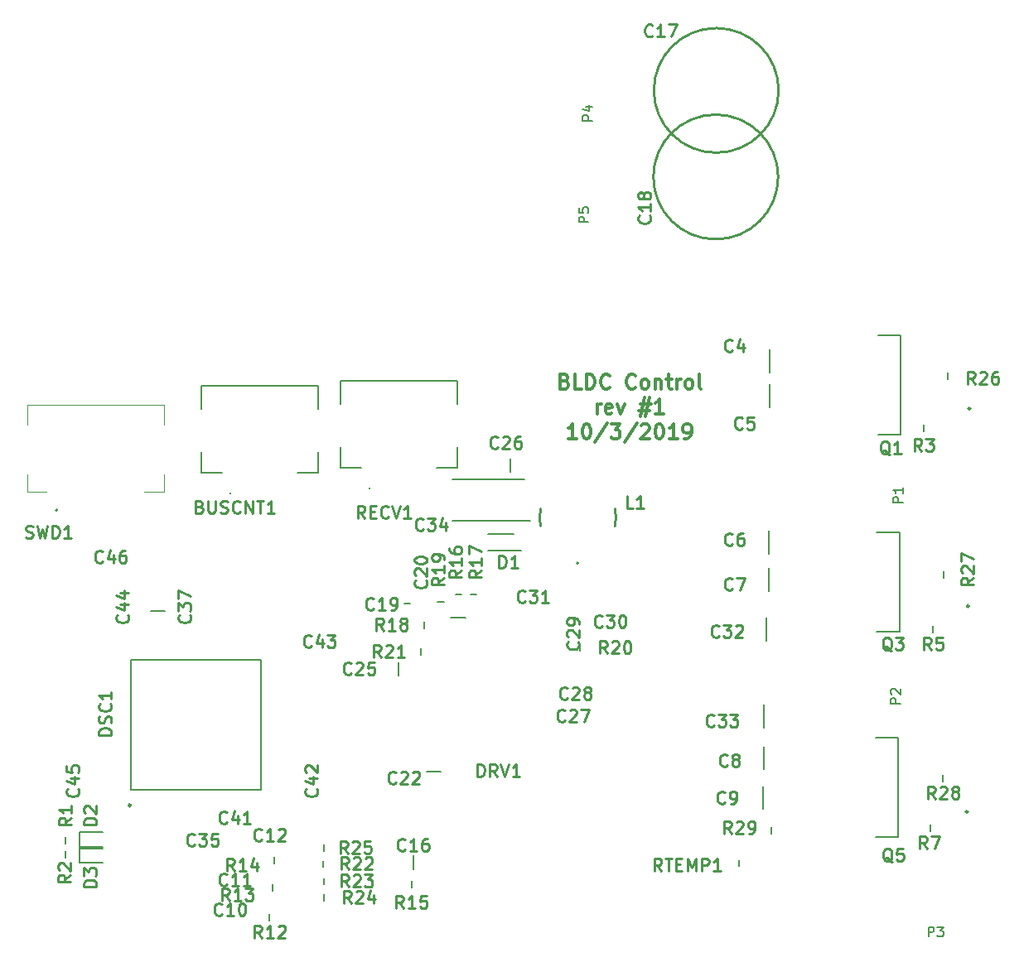
<source format=gbr>
G04 #@! TF.GenerationSoftware,KiCad,Pcbnew,5.0.2+dfsg1-1*
G04 #@! TF.CreationDate,2019-10-08T03:24:47-04:00*
G04 #@! TF.ProjectId,DSC_motor_controller,4453435f-6d6f-4746-9f72-5f636f6e7472,1*
G04 #@! TF.SameCoordinates,Original*
G04 #@! TF.FileFunction,Legend,Top*
G04 #@! TF.FilePolarity,Positive*
%FSLAX46Y46*%
G04 Gerber Fmt 4.6, Leading zero omitted, Abs format (unit mm)*
G04 Created by KiCad (PCBNEW 5.0.2+dfsg1-1) date Tue 08 Oct 2019 03:24:47 AM EDT*
%MOMM*%
%LPD*%
G01*
G04 APERTURE LIST*
%ADD10C,0.300000*%
%ADD11C,0.200000*%
%ADD12C,0.254000*%
%ADD13C,0.100000*%
%ADD14C,0.150000*%
%ADD15C,0.250000*%
G04 APERTURE END LIST*
D10*
X141582142Y-76042857D02*
X141796428Y-76114285D01*
X141867857Y-76185714D01*
X141939285Y-76328571D01*
X141939285Y-76542857D01*
X141867857Y-76685714D01*
X141796428Y-76757142D01*
X141653571Y-76828571D01*
X141082142Y-76828571D01*
X141082142Y-75328571D01*
X141582142Y-75328571D01*
X141725000Y-75400000D01*
X141796428Y-75471428D01*
X141867857Y-75614285D01*
X141867857Y-75757142D01*
X141796428Y-75900000D01*
X141725000Y-75971428D01*
X141582142Y-76042857D01*
X141082142Y-76042857D01*
X143296428Y-76828571D02*
X142582142Y-76828571D01*
X142582142Y-75328571D01*
X143796428Y-76828571D02*
X143796428Y-75328571D01*
X144153571Y-75328571D01*
X144367857Y-75400000D01*
X144510714Y-75542857D01*
X144582142Y-75685714D01*
X144653571Y-75971428D01*
X144653571Y-76185714D01*
X144582142Y-76471428D01*
X144510714Y-76614285D01*
X144367857Y-76757142D01*
X144153571Y-76828571D01*
X143796428Y-76828571D01*
X146153571Y-76685714D02*
X146082142Y-76757142D01*
X145867857Y-76828571D01*
X145725000Y-76828571D01*
X145510714Y-76757142D01*
X145367857Y-76614285D01*
X145296428Y-76471428D01*
X145225000Y-76185714D01*
X145225000Y-75971428D01*
X145296428Y-75685714D01*
X145367857Y-75542857D01*
X145510714Y-75400000D01*
X145725000Y-75328571D01*
X145867857Y-75328571D01*
X146082142Y-75400000D01*
X146153571Y-75471428D01*
X148796428Y-76685714D02*
X148725000Y-76757142D01*
X148510714Y-76828571D01*
X148367857Y-76828571D01*
X148153571Y-76757142D01*
X148010714Y-76614285D01*
X147939285Y-76471428D01*
X147867857Y-76185714D01*
X147867857Y-75971428D01*
X147939285Y-75685714D01*
X148010714Y-75542857D01*
X148153571Y-75400000D01*
X148367857Y-75328571D01*
X148510714Y-75328571D01*
X148725000Y-75400000D01*
X148796428Y-75471428D01*
X149653571Y-76828571D02*
X149510714Y-76757142D01*
X149439285Y-76685714D01*
X149367857Y-76542857D01*
X149367857Y-76114285D01*
X149439285Y-75971428D01*
X149510714Y-75900000D01*
X149653571Y-75828571D01*
X149867857Y-75828571D01*
X150010714Y-75900000D01*
X150082142Y-75971428D01*
X150153571Y-76114285D01*
X150153571Y-76542857D01*
X150082142Y-76685714D01*
X150010714Y-76757142D01*
X149867857Y-76828571D01*
X149653571Y-76828571D01*
X150796428Y-75828571D02*
X150796428Y-76828571D01*
X150796428Y-75971428D02*
X150867857Y-75900000D01*
X151010714Y-75828571D01*
X151225000Y-75828571D01*
X151367857Y-75900000D01*
X151439285Y-76042857D01*
X151439285Y-76828571D01*
X151939285Y-75828571D02*
X152510714Y-75828571D01*
X152153571Y-75328571D02*
X152153571Y-76614285D01*
X152225000Y-76757142D01*
X152367857Y-76828571D01*
X152510714Y-76828571D01*
X153010714Y-76828571D02*
X153010714Y-75828571D01*
X153010714Y-76114285D02*
X153082142Y-75971428D01*
X153153571Y-75900000D01*
X153296428Y-75828571D01*
X153439285Y-75828571D01*
X154153571Y-76828571D02*
X154010714Y-76757142D01*
X153939285Y-76685714D01*
X153867857Y-76542857D01*
X153867857Y-76114285D01*
X153939285Y-75971428D01*
X154010714Y-75900000D01*
X154153571Y-75828571D01*
X154367857Y-75828571D01*
X154510714Y-75900000D01*
X154582142Y-75971428D01*
X154653571Y-76114285D01*
X154653571Y-76542857D01*
X154582142Y-76685714D01*
X154510714Y-76757142D01*
X154367857Y-76828571D01*
X154153571Y-76828571D01*
X155510714Y-76828571D02*
X155367857Y-76757142D01*
X155296428Y-76614285D01*
X155296428Y-75328571D01*
X144867857Y-79378571D02*
X144867857Y-78378571D01*
X144867857Y-78664285D02*
X144939285Y-78521428D01*
X145010714Y-78450000D01*
X145153571Y-78378571D01*
X145296428Y-78378571D01*
X146367857Y-79307142D02*
X146225000Y-79378571D01*
X145939285Y-79378571D01*
X145796428Y-79307142D01*
X145725000Y-79164285D01*
X145725000Y-78592857D01*
X145796428Y-78450000D01*
X145939285Y-78378571D01*
X146225000Y-78378571D01*
X146367857Y-78450000D01*
X146439285Y-78592857D01*
X146439285Y-78735714D01*
X145725000Y-78878571D01*
X146939285Y-78378571D02*
X147296428Y-79378571D01*
X147653571Y-78378571D01*
X149296428Y-78378571D02*
X150367857Y-78378571D01*
X149725000Y-77735714D02*
X149296428Y-79664285D01*
X150225000Y-79021428D02*
X149153571Y-79021428D01*
X149796428Y-79664285D02*
X150225000Y-77735714D01*
X151653571Y-79378571D02*
X150796428Y-79378571D01*
X151225000Y-79378571D02*
X151225000Y-77878571D01*
X151082142Y-78092857D01*
X150939285Y-78235714D01*
X150796428Y-78307142D01*
X142796428Y-81928571D02*
X141939285Y-81928571D01*
X142367857Y-81928571D02*
X142367857Y-80428571D01*
X142225000Y-80642857D01*
X142082142Y-80785714D01*
X141939285Y-80857142D01*
X143725000Y-80428571D02*
X143867857Y-80428571D01*
X144010714Y-80500000D01*
X144082142Y-80571428D01*
X144153571Y-80714285D01*
X144225000Y-81000000D01*
X144225000Y-81357142D01*
X144153571Y-81642857D01*
X144082142Y-81785714D01*
X144010714Y-81857142D01*
X143867857Y-81928571D01*
X143725000Y-81928571D01*
X143582142Y-81857142D01*
X143510714Y-81785714D01*
X143439285Y-81642857D01*
X143367857Y-81357142D01*
X143367857Y-81000000D01*
X143439285Y-80714285D01*
X143510714Y-80571428D01*
X143582142Y-80500000D01*
X143725000Y-80428571D01*
X145939285Y-80357142D02*
X144653571Y-82285714D01*
X146296428Y-80428571D02*
X147225000Y-80428571D01*
X146725000Y-81000000D01*
X146939285Y-81000000D01*
X147082142Y-81071428D01*
X147153571Y-81142857D01*
X147225000Y-81285714D01*
X147225000Y-81642857D01*
X147153571Y-81785714D01*
X147082142Y-81857142D01*
X146939285Y-81928571D01*
X146510714Y-81928571D01*
X146367857Y-81857142D01*
X146296428Y-81785714D01*
X148939285Y-80357142D02*
X147653571Y-82285714D01*
X149367857Y-80571428D02*
X149439285Y-80500000D01*
X149582142Y-80428571D01*
X149939285Y-80428571D01*
X150082142Y-80500000D01*
X150153571Y-80571428D01*
X150225000Y-80714285D01*
X150225000Y-80857142D01*
X150153571Y-81071428D01*
X149296428Y-81928571D01*
X150225000Y-81928571D01*
X151153571Y-80428571D02*
X151296428Y-80428571D01*
X151439285Y-80500000D01*
X151510714Y-80571428D01*
X151582142Y-80714285D01*
X151653571Y-81000000D01*
X151653571Y-81357142D01*
X151582142Y-81642857D01*
X151510714Y-81785714D01*
X151439285Y-81857142D01*
X151296428Y-81928571D01*
X151153571Y-81928571D01*
X151010714Y-81857142D01*
X150939285Y-81785714D01*
X150867857Y-81642857D01*
X150796428Y-81357142D01*
X150796428Y-81000000D01*
X150867857Y-80714285D01*
X150939285Y-80571428D01*
X151010714Y-80500000D01*
X151153571Y-80428571D01*
X153082142Y-81928571D02*
X152225000Y-81928571D01*
X152653571Y-81928571D02*
X152653571Y-80428571D01*
X152510714Y-80642857D01*
X152367857Y-80785714D01*
X152225000Y-80857142D01*
X153796428Y-81928571D02*
X154082142Y-81928571D01*
X154225000Y-81857142D01*
X154296428Y-81785714D01*
X154439285Y-81571428D01*
X154510714Y-81285714D01*
X154510714Y-80714285D01*
X154439285Y-80571428D01*
X154367857Y-80500000D01*
X154225000Y-80428571D01*
X153939285Y-80428571D01*
X153796428Y-80500000D01*
X153725000Y-80571428D01*
X153653571Y-80714285D01*
X153653571Y-81071428D01*
X153725000Y-81214285D01*
X153796428Y-81285714D01*
X153939285Y-81357142D01*
X154225000Y-81357142D01*
X154367857Y-81285714D01*
X154439285Y-81214285D01*
X154510714Y-81071428D01*
D11*
G04 #@! TO.C,Q3*
X175779000Y-101660000D02*
X175779000Y-91500000D01*
X175779000Y-91500000D02*
X173448000Y-91500000D01*
X175779000Y-101660000D02*
X173448000Y-101660000D01*
D12*
X182898160Y-99042000D02*
G75*
G03X182898160Y-99042000I-113160J0D01*
G01*
D11*
G04 #@! TO.C,RECV1*
X118615000Y-75996000D02*
X130615000Y-75996000D01*
X118615000Y-75996000D02*
X118615000Y-78334000D01*
X118615000Y-84896000D02*
X118615000Y-82796000D01*
X130615000Y-84896000D02*
X130615000Y-82796000D01*
X130615000Y-75996000D02*
X130615000Y-78334000D01*
X118615000Y-84896000D02*
X120768000Y-84896000D01*
X130615000Y-84896000D02*
X128462000Y-84896000D01*
D12*
X121625750Y-87010000D02*
G75*
G03X121625750Y-87010000I-42750J0D01*
G01*
D11*
G04 #@! TO.C,C7*
X162461000Y-97476000D02*
X162461000Y-95176000D01*
G04 #@! TO.C,C25*
X124615000Y-106170000D02*
X124615000Y-104770000D01*
D12*
G04 #@! TO.C,Q5*
X182764160Y-120060500D02*
G75*
G03X182764160Y-120060500I-113160J0D01*
G01*
D11*
X175645000Y-122678500D02*
X173314000Y-122678500D01*
X175645000Y-112518500D02*
X173314000Y-112518500D01*
X175645000Y-122678500D02*
X175645000Y-112518500D01*
D12*
G04 #@! TO.C,Q1*
X183025160Y-78849000D02*
G75*
G03X183025160Y-78849000I-113160J0D01*
G01*
D11*
X175906000Y-81467000D02*
X173575000Y-81467000D01*
X175906000Y-71307000D02*
X173575000Y-71307000D01*
X175906000Y-81467000D02*
X175906000Y-71307000D01*
D12*
G04 #@! TO.C,C17*
X163425000Y-46300000D02*
G75*
G03X163425000Y-46300000I-6375000J0D01*
G01*
G04 #@! TO.C,C18*
X163375000Y-55150000D02*
G75*
G03X163375000Y-55150000I-6375000J0D01*
G01*
D11*
G04 #@! TO.C,R26*
X180711000Y-75823000D02*
X180711000Y-75173000D01*
G04 #@! TO.C,R25*
X116957000Y-123433000D02*
X116957000Y-124083000D01*
G04 #@! TO.C,C33*
X161877000Y-111446000D02*
X161877000Y-109146000D01*
G04 #@! TO.C,C32*
X162207000Y-102556000D02*
X162207000Y-100256000D01*
G04 #@! TO.C,C9*
X161826000Y-119764500D02*
X161826000Y-117464500D01*
G04 #@! TO.C,C8*
X161877000Y-115700500D02*
X161877000Y-113400500D01*
G04 #@! TO.C,C6*
X162461000Y-93666000D02*
X162461000Y-91366000D01*
G04 #@! TO.C,C5*
X162537000Y-78680000D02*
X162537000Y-76380000D01*
G04 #@! TO.C,C4*
X162537000Y-75124000D02*
X162537000Y-72824000D01*
G04 #@! TO.C,C19*
X125140500Y-98739000D02*
X125740500Y-98739000D01*
G04 #@! TO.C,C26*
X136045000Y-85342000D02*
X136045000Y-83942000D01*
G04 #@! TO.C,C22*
X128871000Y-115960000D02*
X127471000Y-115960000D01*
G04 #@! TO.C,C34*
X137409000Y-86048000D02*
X130109000Y-86048000D01*
X130109000Y-90348000D02*
X138009000Y-90348000D01*
G04 #@! TO.C,R23*
X116931500Y-126862000D02*
X116931500Y-127512000D01*
G04 #@! TO.C,R18*
X127244000Y-101286500D02*
X127244000Y-100636500D01*
G04 #@! TO.C,R17*
X132560000Y-97888000D02*
X131910000Y-97888000D01*
G04 #@! TO.C,R16*
X130386000Y-97888000D02*
X131036000Y-97888000D01*
G04 #@! TO.C,R20*
X143119000Y-102986000D02*
X143119000Y-103636000D01*
G04 #@! TO.C,R21*
X126901000Y-104017000D02*
X126901000Y-103367000D01*
G04 #@! TO.C,R22*
X116868000Y-125084000D02*
X116868000Y-125734000D01*
G04 #@! TO.C,R19*
X128544500Y-98612000D02*
X129194500Y-98612000D01*
G04 #@! TO.C,R27*
X180279000Y-96143000D02*
X180279000Y-95493000D01*
G04 #@! TO.C,R28*
X180241000Y-116971000D02*
X180241000Y-116321000D01*
G04 #@! TO.C,R29*
X162715000Y-121655000D02*
X162715000Y-122305000D01*
G04 #@! TO.C,R24*
X116931500Y-128513000D02*
X116931500Y-129163000D01*
D12*
G04 #@! TO.C,L1*
X139102912Y-89098881D02*
G75*
G03X139103000Y-90853500I3800088J-877119D01*
G01*
X146703088Y-89098881D02*
G75*
G02X146703000Y-90853500I-3800088J-877119D01*
G01*
X142946350Y-94642000D02*
G75*
G03X142946350Y-94642000I-64350J0D01*
G01*
D11*
G04 #@! TO.C,D1*
X136329000Y-91666000D02*
X133729000Y-91666000D01*
X137089000Y-93366000D02*
X133729000Y-93366000D01*
D13*
G04 #@! TO.C,SWD1*
X86627000Y-85530000D02*
X86627000Y-87330000D01*
X86627000Y-87330000D02*
X88627000Y-87330000D01*
X86627000Y-80530000D02*
X86627000Y-78430000D01*
X86627000Y-78430000D02*
X100627000Y-78430000D01*
X100627000Y-78430000D02*
X100627000Y-80530000D01*
X98627000Y-87330000D02*
X100627000Y-87330000D01*
X100627000Y-87330000D02*
X100627000Y-85530000D01*
D11*
X89527000Y-89230000D02*
X89527000Y-89230000D01*
X89727000Y-89230000D02*
X89727000Y-89230000D01*
X89727000Y-89230000D02*
G75*
G03X89527000Y-89230000I-100000J0D01*
G01*
X89527000Y-89230000D02*
G75*
G03X89727000Y-89230000I100000J0D01*
G01*
G04 #@! TO.C,RTEMP1*
X159401000Y-125582000D02*
X159401000Y-124982000D01*
G04 #@! TO.C,R15*
X125948500Y-127829500D02*
X125948500Y-127179500D01*
G04 #@! TO.C,R14*
X111877000Y-125353000D02*
X111877000Y-124703000D01*
G04 #@! TO.C,R13*
X111724500Y-128147000D02*
X111724500Y-127497000D01*
G04 #@! TO.C,R12*
X111369000Y-131195000D02*
X111369000Y-130545000D01*
G04 #@! TO.C,R7*
X178933000Y-121401000D02*
X178933000Y-122051000D01*
G04 #@! TO.C,R5*
X179225000Y-101081000D02*
X179225000Y-101731000D01*
G04 #@! TO.C,R3*
X178247000Y-80507000D02*
X178247000Y-81157000D01*
G04 #@! TO.C,R2*
X90541000Y-124134108D02*
X90541000Y-124784108D01*
G04 #@! TO.C,R1*
X90541000Y-122671000D02*
X90541000Y-123321000D01*
G04 #@! TO.C,DSC1*
X97200500Y-117835000D02*
X97200500Y-104535000D01*
X97200500Y-104535000D02*
X110500500Y-104535000D01*
X110500500Y-104535000D02*
X110500500Y-117835000D01*
X110500500Y-117835000D02*
X97200500Y-117835000D01*
D12*
X97225500Y-119410000D02*
G75*
G03X97225500Y-119410000I-125000J0D01*
G01*
D11*
G04 #@! TO.C,DRV1*
X129952327Y-100252000D02*
X131427327Y-100252000D01*
G04 #@! TO.C,D3*
X91948497Y-125284108D02*
X94348497Y-125284108D01*
X91948497Y-123634108D02*
X91948497Y-125284108D01*
X94348497Y-123634108D02*
X91948497Y-123634108D01*
G04 #@! TO.C,D2*
X91989000Y-123821000D02*
X94389000Y-123821000D01*
X91989000Y-122171000D02*
X91989000Y-123821000D01*
X94389000Y-122171000D02*
X91989000Y-122171000D01*
G04 #@! TO.C,C37*
X99277000Y-99552000D02*
X100677000Y-99552000D01*
G04 #@! TO.C,C16*
X126075500Y-125918500D02*
X126075500Y-124518500D01*
G04 #@! TO.C,BUSCNT1*
X104391000Y-76504000D02*
X116391000Y-76504000D01*
X104391000Y-76504000D02*
X104391000Y-78842000D01*
X104391000Y-85404000D02*
X104391000Y-83304000D01*
X116391000Y-85404000D02*
X116391000Y-83304000D01*
X116391000Y-76504000D02*
X116391000Y-78842000D01*
X104391000Y-85404000D02*
X106544000Y-85404000D01*
X116391000Y-85404000D02*
X114238000Y-85404000D01*
D12*
X107401750Y-87518000D02*
G75*
G03X107401750Y-87518000I-42750J0D01*
G01*
G04 #@! TO.C,Q3*
X174976017Y-103625476D02*
X174855065Y-103565000D01*
X174734112Y-103444047D01*
X174552684Y-103262619D01*
X174431731Y-103202142D01*
X174310779Y-103202142D01*
X174371255Y-103504523D02*
X174250303Y-103444047D01*
X174129350Y-103323095D01*
X174068874Y-103081190D01*
X174068874Y-102657857D01*
X174129350Y-102415952D01*
X174250303Y-102295000D01*
X174371255Y-102234523D01*
X174613160Y-102234523D01*
X174734112Y-102295000D01*
X174855065Y-102415952D01*
X174915541Y-102657857D01*
X174915541Y-103081190D01*
X174855065Y-103323095D01*
X174734112Y-103444047D01*
X174613160Y-103504523D01*
X174371255Y-103504523D01*
X175338874Y-102234523D02*
X176125065Y-102234523D01*
X175701731Y-102718333D01*
X175883160Y-102718333D01*
X176004112Y-102778809D01*
X176064589Y-102839285D01*
X176125065Y-102960238D01*
X176125065Y-103262619D01*
X176064589Y-103383571D01*
X176004112Y-103444047D01*
X175883160Y-103504523D01*
X175520303Y-103504523D01*
X175399350Y-103444047D01*
X175338874Y-103383571D01*
G04 #@! TO.C,RECV1*
X121125523Y-90042523D02*
X120702190Y-89437761D01*
X120399809Y-90042523D02*
X120399809Y-88772523D01*
X120883619Y-88772523D01*
X121004571Y-88833000D01*
X121065047Y-88893476D01*
X121125523Y-89014428D01*
X121125523Y-89195857D01*
X121065047Y-89316809D01*
X121004571Y-89377285D01*
X120883619Y-89437761D01*
X120399809Y-89437761D01*
X121669809Y-89377285D02*
X122093142Y-89377285D01*
X122274571Y-90042523D02*
X121669809Y-90042523D01*
X121669809Y-88772523D01*
X122274571Y-88772523D01*
X123544571Y-89921571D02*
X123484095Y-89982047D01*
X123302666Y-90042523D01*
X123181714Y-90042523D01*
X123000285Y-89982047D01*
X122879333Y-89861095D01*
X122818857Y-89740142D01*
X122758380Y-89498238D01*
X122758380Y-89316809D01*
X122818857Y-89074904D01*
X122879333Y-88953952D01*
X123000285Y-88833000D01*
X123181714Y-88772523D01*
X123302666Y-88772523D01*
X123484095Y-88833000D01*
X123544571Y-88893476D01*
X123907428Y-88772523D02*
X124330761Y-90042523D01*
X124754095Y-88772523D01*
X125842666Y-90042523D02*
X125116952Y-90042523D01*
X125479809Y-90042523D02*
X125479809Y-88772523D01*
X125358857Y-88953952D01*
X125237904Y-89074904D01*
X125116952Y-89135380D01*
G04 #@! TO.C,C7*
X158693333Y-97287571D02*
X158632857Y-97348047D01*
X158451428Y-97408523D01*
X158330476Y-97408523D01*
X158149047Y-97348047D01*
X158028095Y-97227095D01*
X157967619Y-97106142D01*
X157907142Y-96864238D01*
X157907142Y-96682809D01*
X157967619Y-96440904D01*
X158028095Y-96319952D01*
X158149047Y-96199000D01*
X158330476Y-96138523D01*
X158451428Y-96138523D01*
X158632857Y-96199000D01*
X158693333Y-96259476D01*
X159116666Y-96138523D02*
X159963333Y-96138523D01*
X159419047Y-97408523D01*
G04 #@! TO.C,C25*
X119734571Y-105923571D02*
X119674095Y-105984047D01*
X119492666Y-106044523D01*
X119371714Y-106044523D01*
X119190285Y-105984047D01*
X119069333Y-105863095D01*
X119008857Y-105742142D01*
X118948380Y-105500238D01*
X118948380Y-105318809D01*
X119008857Y-105076904D01*
X119069333Y-104955952D01*
X119190285Y-104835000D01*
X119371714Y-104774523D01*
X119492666Y-104774523D01*
X119674095Y-104835000D01*
X119734571Y-104895476D01*
X120218380Y-104895476D02*
X120278857Y-104835000D01*
X120399809Y-104774523D01*
X120702190Y-104774523D01*
X120823142Y-104835000D01*
X120883619Y-104895476D01*
X120944095Y-105016428D01*
X120944095Y-105137380D01*
X120883619Y-105318809D01*
X120157904Y-106044523D01*
X120944095Y-106044523D01*
X122093142Y-104774523D02*
X121488380Y-104774523D01*
X121427904Y-105379285D01*
X121488380Y-105318809D01*
X121609333Y-105258333D01*
X121911714Y-105258333D01*
X122032666Y-105318809D01*
X122093142Y-105379285D01*
X122153619Y-105500238D01*
X122153619Y-105802619D01*
X122093142Y-105923571D01*
X122032666Y-105984047D01*
X121911714Y-106044523D01*
X121609333Y-106044523D01*
X121488380Y-105984047D01*
X121427904Y-105923571D01*
G04 #@! TO.C,C46*
X94334571Y-94493571D02*
X94274095Y-94554047D01*
X94092666Y-94614523D01*
X93971714Y-94614523D01*
X93790285Y-94554047D01*
X93669333Y-94433095D01*
X93608857Y-94312142D01*
X93548380Y-94070238D01*
X93548380Y-93888809D01*
X93608857Y-93646904D01*
X93669333Y-93525952D01*
X93790285Y-93405000D01*
X93971714Y-93344523D01*
X94092666Y-93344523D01*
X94274095Y-93405000D01*
X94334571Y-93465476D01*
X95423142Y-93767857D02*
X95423142Y-94614523D01*
X95120761Y-93284047D02*
X94818380Y-94191190D01*
X95604571Y-94191190D01*
X96632666Y-93344523D02*
X96390761Y-93344523D01*
X96269809Y-93405000D01*
X96209333Y-93465476D01*
X96088380Y-93646904D01*
X96027904Y-93888809D01*
X96027904Y-94372619D01*
X96088380Y-94493571D01*
X96148857Y-94554047D01*
X96269809Y-94614523D01*
X96511714Y-94614523D01*
X96632666Y-94554047D01*
X96693142Y-94493571D01*
X96753619Y-94372619D01*
X96753619Y-94070238D01*
X96693142Y-93949285D01*
X96632666Y-93888809D01*
X96511714Y-93828333D01*
X96269809Y-93828333D01*
X96148857Y-93888809D01*
X96088380Y-93949285D01*
X96027904Y-94070238D01*
G04 #@! TO.C,C30*
X145388571Y-101097571D02*
X145328095Y-101158047D01*
X145146666Y-101218523D01*
X145025714Y-101218523D01*
X144844285Y-101158047D01*
X144723333Y-101037095D01*
X144662857Y-100916142D01*
X144602380Y-100674238D01*
X144602380Y-100492809D01*
X144662857Y-100250904D01*
X144723333Y-100129952D01*
X144844285Y-100009000D01*
X145025714Y-99948523D01*
X145146666Y-99948523D01*
X145328095Y-100009000D01*
X145388571Y-100069476D01*
X145811904Y-99948523D02*
X146598095Y-99948523D01*
X146174761Y-100432333D01*
X146356190Y-100432333D01*
X146477142Y-100492809D01*
X146537619Y-100553285D01*
X146598095Y-100674238D01*
X146598095Y-100976619D01*
X146537619Y-101097571D01*
X146477142Y-101158047D01*
X146356190Y-101218523D01*
X145993333Y-101218523D01*
X145872380Y-101158047D01*
X145811904Y-101097571D01*
X147384285Y-99948523D02*
X147505238Y-99948523D01*
X147626190Y-100009000D01*
X147686666Y-100069476D01*
X147747142Y-100190428D01*
X147807619Y-100432333D01*
X147807619Y-100734714D01*
X147747142Y-100976619D01*
X147686666Y-101097571D01*
X147626190Y-101158047D01*
X147505238Y-101218523D01*
X147384285Y-101218523D01*
X147263333Y-101158047D01*
X147202857Y-101097571D01*
X147142380Y-100976619D01*
X147081904Y-100734714D01*
X147081904Y-100432333D01*
X147142380Y-100190428D01*
X147202857Y-100069476D01*
X147263333Y-100009000D01*
X147384285Y-99948523D01*
G04 #@! TO.C,C45*
X91794571Y-117716428D02*
X91855047Y-117776904D01*
X91915523Y-117958333D01*
X91915523Y-118079285D01*
X91855047Y-118260714D01*
X91734095Y-118381666D01*
X91613142Y-118442142D01*
X91371238Y-118502619D01*
X91189809Y-118502619D01*
X90947904Y-118442142D01*
X90826952Y-118381666D01*
X90706000Y-118260714D01*
X90645523Y-118079285D01*
X90645523Y-117958333D01*
X90706000Y-117776904D01*
X90766476Y-117716428D01*
X91068857Y-116627857D02*
X91915523Y-116627857D01*
X90585047Y-116930238D02*
X91492190Y-117232619D01*
X91492190Y-116446428D01*
X90645523Y-115357857D02*
X90645523Y-115962619D01*
X91250285Y-116023095D01*
X91189809Y-115962619D01*
X91129333Y-115841666D01*
X91129333Y-115539285D01*
X91189809Y-115418333D01*
X91250285Y-115357857D01*
X91371238Y-115297380D01*
X91673619Y-115297380D01*
X91794571Y-115357857D01*
X91855047Y-115418333D01*
X91915523Y-115539285D01*
X91915523Y-115841666D01*
X91855047Y-115962619D01*
X91794571Y-116023095D01*
G04 #@! TO.C,C44*
X96874571Y-99936428D02*
X96935047Y-99996904D01*
X96995523Y-100178333D01*
X96995523Y-100299285D01*
X96935047Y-100480714D01*
X96814095Y-100601666D01*
X96693142Y-100662142D01*
X96451238Y-100722619D01*
X96269809Y-100722619D01*
X96027904Y-100662142D01*
X95906952Y-100601666D01*
X95786000Y-100480714D01*
X95725523Y-100299285D01*
X95725523Y-100178333D01*
X95786000Y-99996904D01*
X95846476Y-99936428D01*
X96148857Y-98847857D02*
X96995523Y-98847857D01*
X95665047Y-99150238D02*
X96572190Y-99452619D01*
X96572190Y-98666428D01*
X96148857Y-97638333D02*
X96995523Y-97638333D01*
X95665047Y-97940714D02*
X96572190Y-98243095D01*
X96572190Y-97456904D01*
G04 #@! TO.C,C43*
X115670571Y-103129571D02*
X115610095Y-103190047D01*
X115428666Y-103250523D01*
X115307714Y-103250523D01*
X115126285Y-103190047D01*
X115005333Y-103069095D01*
X114944857Y-102948142D01*
X114884380Y-102706238D01*
X114884380Y-102524809D01*
X114944857Y-102282904D01*
X115005333Y-102161952D01*
X115126285Y-102041000D01*
X115307714Y-101980523D01*
X115428666Y-101980523D01*
X115610095Y-102041000D01*
X115670571Y-102101476D01*
X116759142Y-102403857D02*
X116759142Y-103250523D01*
X116456761Y-101920047D02*
X116154380Y-102827190D01*
X116940571Y-102827190D01*
X117303428Y-101980523D02*
X118089619Y-101980523D01*
X117666285Y-102464333D01*
X117847714Y-102464333D01*
X117968666Y-102524809D01*
X118029142Y-102585285D01*
X118089619Y-102706238D01*
X118089619Y-103008619D01*
X118029142Y-103129571D01*
X117968666Y-103190047D01*
X117847714Y-103250523D01*
X117484857Y-103250523D01*
X117363904Y-103190047D01*
X117303428Y-103129571D01*
G04 #@! TO.C,C42*
X116178571Y-117716428D02*
X116239047Y-117776904D01*
X116299523Y-117958333D01*
X116299523Y-118079285D01*
X116239047Y-118260714D01*
X116118095Y-118381666D01*
X115997142Y-118442142D01*
X115755238Y-118502619D01*
X115573809Y-118502619D01*
X115331904Y-118442142D01*
X115210952Y-118381666D01*
X115090000Y-118260714D01*
X115029523Y-118079285D01*
X115029523Y-117958333D01*
X115090000Y-117776904D01*
X115150476Y-117716428D01*
X115452857Y-116627857D02*
X116299523Y-116627857D01*
X114969047Y-116930238D02*
X115876190Y-117232619D01*
X115876190Y-116446428D01*
X115150476Y-116023095D02*
X115090000Y-115962619D01*
X115029523Y-115841666D01*
X115029523Y-115539285D01*
X115090000Y-115418333D01*
X115150476Y-115357857D01*
X115271428Y-115297380D01*
X115392380Y-115297380D01*
X115573809Y-115357857D01*
X116299523Y-116083571D01*
X116299523Y-115297380D01*
G04 #@! TO.C,C41*
X107034571Y-121163571D02*
X106974095Y-121224047D01*
X106792666Y-121284523D01*
X106671714Y-121284523D01*
X106490285Y-121224047D01*
X106369333Y-121103095D01*
X106308857Y-120982142D01*
X106248380Y-120740238D01*
X106248380Y-120558809D01*
X106308857Y-120316904D01*
X106369333Y-120195952D01*
X106490285Y-120075000D01*
X106671714Y-120014523D01*
X106792666Y-120014523D01*
X106974095Y-120075000D01*
X107034571Y-120135476D01*
X108123142Y-120437857D02*
X108123142Y-121284523D01*
X107820761Y-119954047D02*
X107518380Y-120861190D01*
X108304571Y-120861190D01*
X109453619Y-121284523D02*
X108727904Y-121284523D01*
X109090761Y-121284523D02*
X109090761Y-120014523D01*
X108969809Y-120195952D01*
X108848857Y-120316904D01*
X108727904Y-120377380D01*
G04 #@! TO.C,Q5*
X175040047Y-125215476D02*
X174919095Y-125155000D01*
X174798142Y-125034047D01*
X174616714Y-124852619D01*
X174495761Y-124792142D01*
X174374809Y-124792142D01*
X174435285Y-125094523D02*
X174314333Y-125034047D01*
X174193380Y-124913095D01*
X174132904Y-124671190D01*
X174132904Y-124247857D01*
X174193380Y-124005952D01*
X174314333Y-123885000D01*
X174435285Y-123824523D01*
X174677190Y-123824523D01*
X174798142Y-123885000D01*
X174919095Y-124005952D01*
X174979571Y-124247857D01*
X174979571Y-124671190D01*
X174919095Y-124913095D01*
X174798142Y-125034047D01*
X174677190Y-125094523D01*
X174435285Y-125094523D01*
X176128619Y-123824523D02*
X175523857Y-123824523D01*
X175463380Y-124429285D01*
X175523857Y-124368809D01*
X175644809Y-124308333D01*
X175947190Y-124308333D01*
X176068142Y-124368809D01*
X176128619Y-124429285D01*
X176189095Y-124550238D01*
X176189095Y-124852619D01*
X176128619Y-124973571D01*
X176068142Y-125034047D01*
X175947190Y-125094523D01*
X175644809Y-125094523D01*
X175523857Y-125034047D01*
X175463380Y-124973571D01*
G04 #@! TO.C,Q1*
X174786047Y-83559476D02*
X174665095Y-83499000D01*
X174544142Y-83378047D01*
X174362714Y-83196619D01*
X174241761Y-83136142D01*
X174120809Y-83136142D01*
X174181285Y-83438523D02*
X174060333Y-83378047D01*
X173939380Y-83257095D01*
X173878904Y-83015190D01*
X173878904Y-82591857D01*
X173939380Y-82349952D01*
X174060333Y-82229000D01*
X174181285Y-82168523D01*
X174423190Y-82168523D01*
X174544142Y-82229000D01*
X174665095Y-82349952D01*
X174725571Y-82591857D01*
X174725571Y-83015190D01*
X174665095Y-83257095D01*
X174544142Y-83378047D01*
X174423190Y-83438523D01*
X174181285Y-83438523D01*
X175935095Y-83438523D02*
X175209380Y-83438523D01*
X175572238Y-83438523D02*
X175572238Y-82168523D01*
X175451285Y-82349952D01*
X175330333Y-82470904D01*
X175209380Y-82531380D01*
G04 #@! TO.C,C17*
X150518571Y-40697571D02*
X150458095Y-40758047D01*
X150276666Y-40818523D01*
X150155714Y-40818523D01*
X149974285Y-40758047D01*
X149853333Y-40637095D01*
X149792857Y-40516142D01*
X149732380Y-40274238D01*
X149732380Y-40092809D01*
X149792857Y-39850904D01*
X149853333Y-39729952D01*
X149974285Y-39609000D01*
X150155714Y-39548523D01*
X150276666Y-39548523D01*
X150458095Y-39609000D01*
X150518571Y-39669476D01*
X151728095Y-40818523D02*
X151002380Y-40818523D01*
X151365238Y-40818523D02*
X151365238Y-39548523D01*
X151244285Y-39729952D01*
X151123333Y-39850904D01*
X151002380Y-39911380D01*
X152151428Y-39548523D02*
X152998095Y-39548523D01*
X152453809Y-40818523D01*
G04 #@! TO.C,P5*
D14*
X144002380Y-59788095D02*
X143002380Y-59788095D01*
X143002380Y-59407142D01*
X143050000Y-59311904D01*
X143097619Y-59264285D01*
X143192857Y-59216666D01*
X143335714Y-59216666D01*
X143430952Y-59264285D01*
X143478571Y-59311904D01*
X143526190Y-59407142D01*
X143526190Y-59788095D01*
X143002380Y-58311904D02*
X143002380Y-58788095D01*
X143478571Y-58835714D01*
X143430952Y-58788095D01*
X143383333Y-58692857D01*
X143383333Y-58454761D01*
X143430952Y-58359523D01*
X143478571Y-58311904D01*
X143573809Y-58264285D01*
X143811904Y-58264285D01*
X143907142Y-58311904D01*
X143954761Y-58359523D01*
X144002380Y-58454761D01*
X144002380Y-58692857D01*
X143954761Y-58788095D01*
X143907142Y-58835714D01*
G04 #@! TO.C,C18*
D12*
X150214571Y-59101428D02*
X150275047Y-59161904D01*
X150335523Y-59343333D01*
X150335523Y-59464285D01*
X150275047Y-59645714D01*
X150154095Y-59766666D01*
X150033142Y-59827142D01*
X149791238Y-59887619D01*
X149609809Y-59887619D01*
X149367904Y-59827142D01*
X149246952Y-59766666D01*
X149126000Y-59645714D01*
X149065523Y-59464285D01*
X149065523Y-59343333D01*
X149126000Y-59161904D01*
X149186476Y-59101428D01*
X150335523Y-57891904D02*
X150335523Y-58617619D01*
X150335523Y-58254761D02*
X149065523Y-58254761D01*
X149246952Y-58375714D01*
X149367904Y-58496666D01*
X149428380Y-58617619D01*
X149609809Y-57166190D02*
X149549333Y-57287142D01*
X149488857Y-57347619D01*
X149367904Y-57408095D01*
X149307428Y-57408095D01*
X149186476Y-57347619D01*
X149126000Y-57287142D01*
X149065523Y-57166190D01*
X149065523Y-56924285D01*
X149126000Y-56803333D01*
X149186476Y-56742857D01*
X149307428Y-56682380D01*
X149367904Y-56682380D01*
X149488857Y-56742857D01*
X149549333Y-56803333D01*
X149609809Y-56924285D01*
X149609809Y-57166190D01*
X149670285Y-57287142D01*
X149730761Y-57347619D01*
X149851714Y-57408095D01*
X150093619Y-57408095D01*
X150214571Y-57347619D01*
X150275047Y-57287142D01*
X150335523Y-57166190D01*
X150335523Y-56924285D01*
X150275047Y-56803333D01*
X150214571Y-56742857D01*
X150093619Y-56682380D01*
X149851714Y-56682380D01*
X149730761Y-56742857D01*
X149670285Y-56803333D01*
X149609809Y-56924285D01*
G04 #@! TO.C,R26*
X183488571Y-76326523D02*
X183065238Y-75721761D01*
X182762857Y-76326523D02*
X182762857Y-75056523D01*
X183246666Y-75056523D01*
X183367619Y-75117000D01*
X183428095Y-75177476D01*
X183488571Y-75298428D01*
X183488571Y-75479857D01*
X183428095Y-75600809D01*
X183367619Y-75661285D01*
X183246666Y-75721761D01*
X182762857Y-75721761D01*
X183972380Y-75177476D02*
X184032857Y-75117000D01*
X184153809Y-75056523D01*
X184456190Y-75056523D01*
X184577142Y-75117000D01*
X184637619Y-75177476D01*
X184698095Y-75298428D01*
X184698095Y-75419380D01*
X184637619Y-75600809D01*
X183911904Y-76326523D01*
X184698095Y-76326523D01*
X185786666Y-75056523D02*
X185544761Y-75056523D01*
X185423809Y-75117000D01*
X185363333Y-75177476D01*
X185242380Y-75358904D01*
X185181904Y-75600809D01*
X185181904Y-76084619D01*
X185242380Y-76205571D01*
X185302857Y-76266047D01*
X185423809Y-76326523D01*
X185665714Y-76326523D01*
X185786666Y-76266047D01*
X185847142Y-76205571D01*
X185907619Y-76084619D01*
X185907619Y-75782238D01*
X185847142Y-75661285D01*
X185786666Y-75600809D01*
X185665714Y-75540333D01*
X185423809Y-75540333D01*
X185302857Y-75600809D01*
X185242380Y-75661285D01*
X185181904Y-75782238D01*
G04 #@! TO.C,R25*
X119379071Y-124332523D02*
X118955738Y-123727761D01*
X118653357Y-124332523D02*
X118653357Y-123062523D01*
X119137166Y-123062523D01*
X119258119Y-123123000D01*
X119318595Y-123183476D01*
X119379071Y-123304428D01*
X119379071Y-123485857D01*
X119318595Y-123606809D01*
X119258119Y-123667285D01*
X119137166Y-123727761D01*
X118653357Y-123727761D01*
X119862880Y-123183476D02*
X119923357Y-123123000D01*
X120044309Y-123062523D01*
X120346690Y-123062523D01*
X120467642Y-123123000D01*
X120528119Y-123183476D01*
X120588595Y-123304428D01*
X120588595Y-123425380D01*
X120528119Y-123606809D01*
X119802404Y-124332523D01*
X120588595Y-124332523D01*
X121737642Y-123062523D02*
X121132880Y-123062523D01*
X121072404Y-123667285D01*
X121132880Y-123606809D01*
X121253833Y-123546333D01*
X121556214Y-123546333D01*
X121677166Y-123606809D01*
X121737642Y-123667285D01*
X121798119Y-123788238D01*
X121798119Y-124090619D01*
X121737642Y-124211571D01*
X121677166Y-124272047D01*
X121556214Y-124332523D01*
X121253833Y-124332523D01*
X121132880Y-124272047D01*
X121072404Y-124211571D01*
G04 #@! TO.C,P1*
D14*
X176121380Y-88428095D02*
X175121380Y-88428095D01*
X175121380Y-88047142D01*
X175169000Y-87951904D01*
X175216619Y-87904285D01*
X175311857Y-87856666D01*
X175454714Y-87856666D01*
X175549952Y-87904285D01*
X175597571Y-87951904D01*
X175645190Y-88047142D01*
X175645190Y-88428095D01*
X176121380Y-86904285D02*
X176121380Y-87475714D01*
X176121380Y-87190000D02*
X175121380Y-87190000D01*
X175264238Y-87285238D01*
X175359476Y-87380476D01*
X175407095Y-87475714D01*
G04 #@! TO.C,C33*
D12*
X156818571Y-111257571D02*
X156758095Y-111318047D01*
X156576666Y-111378523D01*
X156455714Y-111378523D01*
X156274285Y-111318047D01*
X156153333Y-111197095D01*
X156092857Y-111076142D01*
X156032380Y-110834238D01*
X156032380Y-110652809D01*
X156092857Y-110410904D01*
X156153333Y-110289952D01*
X156274285Y-110169000D01*
X156455714Y-110108523D01*
X156576666Y-110108523D01*
X156758095Y-110169000D01*
X156818571Y-110229476D01*
X157241904Y-110108523D02*
X158028095Y-110108523D01*
X157604761Y-110592333D01*
X157786190Y-110592333D01*
X157907142Y-110652809D01*
X157967619Y-110713285D01*
X158028095Y-110834238D01*
X158028095Y-111136619D01*
X157967619Y-111257571D01*
X157907142Y-111318047D01*
X157786190Y-111378523D01*
X157423333Y-111378523D01*
X157302380Y-111318047D01*
X157241904Y-111257571D01*
X158451428Y-110108523D02*
X159237619Y-110108523D01*
X158814285Y-110592333D01*
X158995714Y-110592333D01*
X159116666Y-110652809D01*
X159177142Y-110713285D01*
X159237619Y-110834238D01*
X159237619Y-111136619D01*
X159177142Y-111257571D01*
X159116666Y-111318047D01*
X158995714Y-111378523D01*
X158632857Y-111378523D01*
X158511904Y-111318047D01*
X158451428Y-111257571D01*
G04 #@! TO.C,C32*
X157326571Y-102113571D02*
X157266095Y-102174047D01*
X157084666Y-102234523D01*
X156963714Y-102234523D01*
X156782285Y-102174047D01*
X156661333Y-102053095D01*
X156600857Y-101932142D01*
X156540380Y-101690238D01*
X156540380Y-101508809D01*
X156600857Y-101266904D01*
X156661333Y-101145952D01*
X156782285Y-101025000D01*
X156963714Y-100964523D01*
X157084666Y-100964523D01*
X157266095Y-101025000D01*
X157326571Y-101085476D01*
X157749904Y-100964523D02*
X158536095Y-100964523D01*
X158112761Y-101448333D01*
X158294190Y-101448333D01*
X158415142Y-101508809D01*
X158475619Y-101569285D01*
X158536095Y-101690238D01*
X158536095Y-101992619D01*
X158475619Y-102113571D01*
X158415142Y-102174047D01*
X158294190Y-102234523D01*
X157931333Y-102234523D01*
X157810380Y-102174047D01*
X157749904Y-102113571D01*
X159019904Y-101085476D02*
X159080380Y-101025000D01*
X159201333Y-100964523D01*
X159503714Y-100964523D01*
X159624666Y-101025000D01*
X159685142Y-101085476D01*
X159745619Y-101206428D01*
X159745619Y-101327380D01*
X159685142Y-101508809D01*
X158959428Y-102234523D01*
X159745619Y-102234523D01*
G04 #@! TO.C,C9*
X157931333Y-119131571D02*
X157870857Y-119192047D01*
X157689428Y-119252523D01*
X157568476Y-119252523D01*
X157387047Y-119192047D01*
X157266095Y-119071095D01*
X157205619Y-118950142D01*
X157145142Y-118708238D01*
X157145142Y-118526809D01*
X157205619Y-118284904D01*
X157266095Y-118163952D01*
X157387047Y-118043000D01*
X157568476Y-117982523D01*
X157689428Y-117982523D01*
X157870857Y-118043000D01*
X157931333Y-118103476D01*
X158536095Y-119252523D02*
X158778000Y-119252523D01*
X158898952Y-119192047D01*
X158959428Y-119131571D01*
X159080380Y-118950142D01*
X159140857Y-118708238D01*
X159140857Y-118224428D01*
X159080380Y-118103476D01*
X159019904Y-118043000D01*
X158898952Y-117982523D01*
X158657047Y-117982523D01*
X158536095Y-118043000D01*
X158475619Y-118103476D01*
X158415142Y-118224428D01*
X158415142Y-118526809D01*
X158475619Y-118647761D01*
X158536095Y-118708238D01*
X158657047Y-118768714D01*
X158898952Y-118768714D01*
X159019904Y-118708238D01*
X159080380Y-118647761D01*
X159140857Y-118526809D01*
G04 #@! TO.C,C8*
X158185333Y-115321571D02*
X158124857Y-115382047D01*
X157943428Y-115442523D01*
X157822476Y-115442523D01*
X157641047Y-115382047D01*
X157520095Y-115261095D01*
X157459619Y-115140142D01*
X157399142Y-114898238D01*
X157399142Y-114716809D01*
X157459619Y-114474904D01*
X157520095Y-114353952D01*
X157641047Y-114233000D01*
X157822476Y-114172523D01*
X157943428Y-114172523D01*
X158124857Y-114233000D01*
X158185333Y-114293476D01*
X158911047Y-114716809D02*
X158790095Y-114656333D01*
X158729619Y-114595857D01*
X158669142Y-114474904D01*
X158669142Y-114414428D01*
X158729619Y-114293476D01*
X158790095Y-114233000D01*
X158911047Y-114172523D01*
X159152952Y-114172523D01*
X159273904Y-114233000D01*
X159334380Y-114293476D01*
X159394857Y-114414428D01*
X159394857Y-114474904D01*
X159334380Y-114595857D01*
X159273904Y-114656333D01*
X159152952Y-114716809D01*
X158911047Y-114716809D01*
X158790095Y-114777285D01*
X158729619Y-114837761D01*
X158669142Y-114958714D01*
X158669142Y-115200619D01*
X158729619Y-115321571D01*
X158790095Y-115382047D01*
X158911047Y-115442523D01*
X159152952Y-115442523D01*
X159273904Y-115382047D01*
X159334380Y-115321571D01*
X159394857Y-115200619D01*
X159394857Y-114958714D01*
X159334380Y-114837761D01*
X159273904Y-114777285D01*
X159152952Y-114716809D01*
G04 #@! TO.C,C6*
X158693333Y-92715571D02*
X158632857Y-92776047D01*
X158451428Y-92836523D01*
X158330476Y-92836523D01*
X158149047Y-92776047D01*
X158028095Y-92655095D01*
X157967619Y-92534142D01*
X157907142Y-92292238D01*
X157907142Y-92110809D01*
X157967619Y-91868904D01*
X158028095Y-91747952D01*
X158149047Y-91627000D01*
X158330476Y-91566523D01*
X158451428Y-91566523D01*
X158632857Y-91627000D01*
X158693333Y-91687476D01*
X159781904Y-91566523D02*
X159540000Y-91566523D01*
X159419047Y-91627000D01*
X159358571Y-91687476D01*
X159237619Y-91868904D01*
X159177142Y-92110809D01*
X159177142Y-92594619D01*
X159237619Y-92715571D01*
X159298095Y-92776047D01*
X159419047Y-92836523D01*
X159660952Y-92836523D01*
X159781904Y-92776047D01*
X159842380Y-92715571D01*
X159902857Y-92594619D01*
X159902857Y-92292238D01*
X159842380Y-92171285D01*
X159781904Y-92110809D01*
X159660952Y-92050333D01*
X159419047Y-92050333D01*
X159298095Y-92110809D01*
X159237619Y-92171285D01*
X159177142Y-92292238D01*
G04 #@! TO.C,C5*
X159709333Y-80841071D02*
X159648857Y-80901547D01*
X159467428Y-80962023D01*
X159346476Y-80962023D01*
X159165047Y-80901547D01*
X159044095Y-80780595D01*
X158983619Y-80659642D01*
X158923142Y-80417738D01*
X158923142Y-80236309D01*
X158983619Y-79994404D01*
X159044095Y-79873452D01*
X159165047Y-79752500D01*
X159346476Y-79692023D01*
X159467428Y-79692023D01*
X159648857Y-79752500D01*
X159709333Y-79812976D01*
X160858380Y-79692023D02*
X160253619Y-79692023D01*
X160193142Y-80296785D01*
X160253619Y-80236309D01*
X160374571Y-80175833D01*
X160676952Y-80175833D01*
X160797904Y-80236309D01*
X160858380Y-80296785D01*
X160918857Y-80417738D01*
X160918857Y-80720119D01*
X160858380Y-80841071D01*
X160797904Y-80901547D01*
X160676952Y-80962023D01*
X160374571Y-80962023D01*
X160253619Y-80901547D01*
X160193142Y-80841071D01*
G04 #@! TO.C,C4*
X158693333Y-72903571D02*
X158632857Y-72964047D01*
X158451428Y-73024523D01*
X158330476Y-73024523D01*
X158149047Y-72964047D01*
X158028095Y-72843095D01*
X157967619Y-72722142D01*
X157907142Y-72480238D01*
X157907142Y-72298809D01*
X157967619Y-72056904D01*
X158028095Y-71935952D01*
X158149047Y-71815000D01*
X158330476Y-71754523D01*
X158451428Y-71754523D01*
X158632857Y-71815000D01*
X158693333Y-71875476D01*
X159781904Y-72177857D02*
X159781904Y-73024523D01*
X159479523Y-71694047D02*
X159177142Y-72601190D01*
X159963333Y-72601190D01*
G04 #@! TO.C,C29*
X142927571Y-102666928D02*
X142988047Y-102727404D01*
X143048523Y-102908833D01*
X143048523Y-103029785D01*
X142988047Y-103211214D01*
X142867095Y-103332166D01*
X142746142Y-103392642D01*
X142504238Y-103453119D01*
X142322809Y-103453119D01*
X142080904Y-103392642D01*
X141959952Y-103332166D01*
X141839000Y-103211214D01*
X141778523Y-103029785D01*
X141778523Y-102908833D01*
X141839000Y-102727404D01*
X141899476Y-102666928D01*
X141899476Y-102183119D02*
X141839000Y-102122642D01*
X141778523Y-102001690D01*
X141778523Y-101699309D01*
X141839000Y-101578357D01*
X141899476Y-101517880D01*
X142020428Y-101457404D01*
X142141380Y-101457404D01*
X142322809Y-101517880D01*
X143048523Y-102243595D01*
X143048523Y-101457404D01*
X143048523Y-100852642D02*
X143048523Y-100610738D01*
X142988047Y-100489785D01*
X142927571Y-100429309D01*
X142746142Y-100308357D01*
X142504238Y-100247880D01*
X142020428Y-100247880D01*
X141899476Y-100308357D01*
X141839000Y-100368833D01*
X141778523Y-100489785D01*
X141778523Y-100731690D01*
X141839000Y-100852642D01*
X141899476Y-100913119D01*
X142020428Y-100973595D01*
X142322809Y-100973595D01*
X142443761Y-100913119D01*
X142504238Y-100852642D01*
X142564714Y-100731690D01*
X142564714Y-100489785D01*
X142504238Y-100368833D01*
X142443761Y-100308357D01*
X142322809Y-100247880D01*
G04 #@! TO.C,C28*
X141832571Y-108463571D02*
X141772095Y-108524047D01*
X141590666Y-108584523D01*
X141469714Y-108584523D01*
X141288285Y-108524047D01*
X141167333Y-108403095D01*
X141106857Y-108282142D01*
X141046380Y-108040238D01*
X141046380Y-107858809D01*
X141106857Y-107616904D01*
X141167333Y-107495952D01*
X141288285Y-107375000D01*
X141469714Y-107314523D01*
X141590666Y-107314523D01*
X141772095Y-107375000D01*
X141832571Y-107435476D01*
X142316380Y-107435476D02*
X142376857Y-107375000D01*
X142497809Y-107314523D01*
X142800190Y-107314523D01*
X142921142Y-107375000D01*
X142981619Y-107435476D01*
X143042095Y-107556428D01*
X143042095Y-107677380D01*
X142981619Y-107858809D01*
X142255904Y-108584523D01*
X143042095Y-108584523D01*
X143767809Y-107858809D02*
X143646857Y-107798333D01*
X143586380Y-107737857D01*
X143525904Y-107616904D01*
X143525904Y-107556428D01*
X143586380Y-107435476D01*
X143646857Y-107375000D01*
X143767809Y-107314523D01*
X144009714Y-107314523D01*
X144130666Y-107375000D01*
X144191142Y-107435476D01*
X144251619Y-107556428D01*
X144251619Y-107616904D01*
X144191142Y-107737857D01*
X144130666Y-107798333D01*
X144009714Y-107858809D01*
X143767809Y-107858809D01*
X143646857Y-107919285D01*
X143586380Y-107979761D01*
X143525904Y-108100714D01*
X143525904Y-108342619D01*
X143586380Y-108463571D01*
X143646857Y-108524047D01*
X143767809Y-108584523D01*
X144009714Y-108584523D01*
X144130666Y-108524047D01*
X144191142Y-108463571D01*
X144251619Y-108342619D01*
X144251619Y-108100714D01*
X144191142Y-107979761D01*
X144130666Y-107919285D01*
X144009714Y-107858809D01*
G04 #@! TO.C,C27*
X141578571Y-110749571D02*
X141518095Y-110810047D01*
X141336666Y-110870523D01*
X141215714Y-110870523D01*
X141034285Y-110810047D01*
X140913333Y-110689095D01*
X140852857Y-110568142D01*
X140792380Y-110326238D01*
X140792380Y-110144809D01*
X140852857Y-109902904D01*
X140913333Y-109781952D01*
X141034285Y-109661000D01*
X141215714Y-109600523D01*
X141336666Y-109600523D01*
X141518095Y-109661000D01*
X141578571Y-109721476D01*
X142062380Y-109721476D02*
X142122857Y-109661000D01*
X142243809Y-109600523D01*
X142546190Y-109600523D01*
X142667142Y-109661000D01*
X142727619Y-109721476D01*
X142788095Y-109842428D01*
X142788095Y-109963380D01*
X142727619Y-110144809D01*
X142001904Y-110870523D01*
X142788095Y-110870523D01*
X143211428Y-109600523D02*
X144058095Y-109600523D01*
X143513809Y-110870523D01*
G04 #@! TO.C,C20*
X127354571Y-96380428D02*
X127415047Y-96440904D01*
X127475523Y-96622333D01*
X127475523Y-96743285D01*
X127415047Y-96924714D01*
X127294095Y-97045666D01*
X127173142Y-97106142D01*
X126931238Y-97166619D01*
X126749809Y-97166619D01*
X126507904Y-97106142D01*
X126386952Y-97045666D01*
X126266000Y-96924714D01*
X126205523Y-96743285D01*
X126205523Y-96622333D01*
X126266000Y-96440904D01*
X126326476Y-96380428D01*
X126326476Y-95896619D02*
X126266000Y-95836142D01*
X126205523Y-95715190D01*
X126205523Y-95412809D01*
X126266000Y-95291857D01*
X126326476Y-95231380D01*
X126447428Y-95170904D01*
X126568380Y-95170904D01*
X126749809Y-95231380D01*
X127475523Y-95957095D01*
X127475523Y-95170904D01*
X126205523Y-94384714D02*
X126205523Y-94263761D01*
X126266000Y-94142809D01*
X126326476Y-94082333D01*
X126447428Y-94021857D01*
X126689333Y-93961380D01*
X126991714Y-93961380D01*
X127233619Y-94021857D01*
X127354571Y-94082333D01*
X127415047Y-94142809D01*
X127475523Y-94263761D01*
X127475523Y-94384714D01*
X127415047Y-94505666D01*
X127354571Y-94566142D01*
X127233619Y-94626619D01*
X126991714Y-94687095D01*
X126689333Y-94687095D01*
X126447428Y-94626619D01*
X126326476Y-94566142D01*
X126266000Y-94505666D01*
X126205523Y-94384714D01*
G04 #@! TO.C,C31*
X137514571Y-98557571D02*
X137454095Y-98618047D01*
X137272666Y-98678523D01*
X137151714Y-98678523D01*
X136970285Y-98618047D01*
X136849333Y-98497095D01*
X136788857Y-98376142D01*
X136728380Y-98134238D01*
X136728380Y-97952809D01*
X136788857Y-97710904D01*
X136849333Y-97589952D01*
X136970285Y-97469000D01*
X137151714Y-97408523D01*
X137272666Y-97408523D01*
X137454095Y-97469000D01*
X137514571Y-97529476D01*
X137937904Y-97408523D02*
X138724095Y-97408523D01*
X138300761Y-97892333D01*
X138482190Y-97892333D01*
X138603142Y-97952809D01*
X138663619Y-98013285D01*
X138724095Y-98134238D01*
X138724095Y-98436619D01*
X138663619Y-98557571D01*
X138603142Y-98618047D01*
X138482190Y-98678523D01*
X138119333Y-98678523D01*
X137998380Y-98618047D01*
X137937904Y-98557571D01*
X139933619Y-98678523D02*
X139207904Y-98678523D01*
X139570761Y-98678523D02*
X139570761Y-97408523D01*
X139449809Y-97589952D01*
X139328857Y-97710904D01*
X139207904Y-97771380D01*
G04 #@! TO.C,C19*
X122020571Y-99319571D02*
X121960095Y-99380047D01*
X121778666Y-99440523D01*
X121657714Y-99440523D01*
X121476285Y-99380047D01*
X121355333Y-99259095D01*
X121294857Y-99138142D01*
X121234380Y-98896238D01*
X121234380Y-98714809D01*
X121294857Y-98472904D01*
X121355333Y-98351952D01*
X121476285Y-98231000D01*
X121657714Y-98170523D01*
X121778666Y-98170523D01*
X121960095Y-98231000D01*
X122020571Y-98291476D01*
X123230095Y-99440523D02*
X122504380Y-99440523D01*
X122867238Y-99440523D02*
X122867238Y-98170523D01*
X122746285Y-98351952D01*
X122625333Y-98472904D01*
X122504380Y-98533380D01*
X123834857Y-99440523D02*
X124076761Y-99440523D01*
X124197714Y-99380047D01*
X124258190Y-99319571D01*
X124379142Y-99138142D01*
X124439619Y-98896238D01*
X124439619Y-98412428D01*
X124379142Y-98291476D01*
X124318666Y-98231000D01*
X124197714Y-98170523D01*
X123955809Y-98170523D01*
X123834857Y-98231000D01*
X123774380Y-98291476D01*
X123713904Y-98412428D01*
X123713904Y-98714809D01*
X123774380Y-98835761D01*
X123834857Y-98896238D01*
X123955809Y-98956714D01*
X124197714Y-98956714D01*
X124318666Y-98896238D01*
X124379142Y-98835761D01*
X124439619Y-98714809D01*
G04 #@! TO.C,C26*
X134720571Y-82809571D02*
X134660095Y-82870047D01*
X134478666Y-82930523D01*
X134357714Y-82930523D01*
X134176285Y-82870047D01*
X134055333Y-82749095D01*
X133994857Y-82628142D01*
X133934380Y-82386238D01*
X133934380Y-82204809D01*
X133994857Y-81962904D01*
X134055333Y-81841952D01*
X134176285Y-81721000D01*
X134357714Y-81660523D01*
X134478666Y-81660523D01*
X134660095Y-81721000D01*
X134720571Y-81781476D01*
X135204380Y-81781476D02*
X135264857Y-81721000D01*
X135385809Y-81660523D01*
X135688190Y-81660523D01*
X135809142Y-81721000D01*
X135869619Y-81781476D01*
X135930095Y-81902428D01*
X135930095Y-82023380D01*
X135869619Y-82204809D01*
X135143904Y-82930523D01*
X135930095Y-82930523D01*
X137018666Y-81660523D02*
X136776761Y-81660523D01*
X136655809Y-81721000D01*
X136595333Y-81781476D01*
X136474380Y-81962904D01*
X136413904Y-82204809D01*
X136413904Y-82688619D01*
X136474380Y-82809571D01*
X136534857Y-82870047D01*
X136655809Y-82930523D01*
X136897714Y-82930523D01*
X137018666Y-82870047D01*
X137079142Y-82809571D01*
X137139619Y-82688619D01*
X137139619Y-82386238D01*
X137079142Y-82265285D01*
X137018666Y-82204809D01*
X136897714Y-82144333D01*
X136655809Y-82144333D01*
X136534857Y-82204809D01*
X136474380Y-82265285D01*
X136413904Y-82386238D01*
G04 #@! TO.C,C22*
X124306571Y-117099571D02*
X124246095Y-117160047D01*
X124064666Y-117220523D01*
X123943714Y-117220523D01*
X123762285Y-117160047D01*
X123641333Y-117039095D01*
X123580857Y-116918142D01*
X123520380Y-116676238D01*
X123520380Y-116494809D01*
X123580857Y-116252904D01*
X123641333Y-116131952D01*
X123762285Y-116011000D01*
X123943714Y-115950523D01*
X124064666Y-115950523D01*
X124246095Y-116011000D01*
X124306571Y-116071476D01*
X124790380Y-116071476D02*
X124850857Y-116011000D01*
X124971809Y-115950523D01*
X125274190Y-115950523D01*
X125395142Y-116011000D01*
X125455619Y-116071476D01*
X125516095Y-116192428D01*
X125516095Y-116313380D01*
X125455619Y-116494809D01*
X124729904Y-117220523D01*
X125516095Y-117220523D01*
X125999904Y-116071476D02*
X126060380Y-116011000D01*
X126181333Y-115950523D01*
X126483714Y-115950523D01*
X126604666Y-116011000D01*
X126665142Y-116071476D01*
X126725619Y-116192428D01*
X126725619Y-116313380D01*
X126665142Y-116494809D01*
X125939428Y-117220523D01*
X126725619Y-117220523D01*
G04 #@! TO.C,C34*
X127100571Y-91191571D02*
X127040095Y-91252047D01*
X126858666Y-91312523D01*
X126737714Y-91312523D01*
X126556285Y-91252047D01*
X126435333Y-91131095D01*
X126374857Y-91010142D01*
X126314380Y-90768238D01*
X126314380Y-90586809D01*
X126374857Y-90344904D01*
X126435333Y-90223952D01*
X126556285Y-90103000D01*
X126737714Y-90042523D01*
X126858666Y-90042523D01*
X127040095Y-90103000D01*
X127100571Y-90163476D01*
X127523904Y-90042523D02*
X128310095Y-90042523D01*
X127886761Y-90526333D01*
X128068190Y-90526333D01*
X128189142Y-90586809D01*
X128249619Y-90647285D01*
X128310095Y-90768238D01*
X128310095Y-91070619D01*
X128249619Y-91191571D01*
X128189142Y-91252047D01*
X128068190Y-91312523D01*
X127705333Y-91312523D01*
X127584380Y-91252047D01*
X127523904Y-91191571D01*
X129398666Y-90465857D02*
X129398666Y-91312523D01*
X129096285Y-89982047D02*
X128793904Y-90889190D01*
X129580095Y-90889190D01*
G04 #@! TO.C,R23*
X119480571Y-127761523D02*
X119057238Y-127156761D01*
X118754857Y-127761523D02*
X118754857Y-126491523D01*
X119238666Y-126491523D01*
X119359619Y-126552000D01*
X119420095Y-126612476D01*
X119480571Y-126733428D01*
X119480571Y-126914857D01*
X119420095Y-127035809D01*
X119359619Y-127096285D01*
X119238666Y-127156761D01*
X118754857Y-127156761D01*
X119964380Y-126612476D02*
X120024857Y-126552000D01*
X120145809Y-126491523D01*
X120448190Y-126491523D01*
X120569142Y-126552000D01*
X120629619Y-126612476D01*
X120690095Y-126733428D01*
X120690095Y-126854380D01*
X120629619Y-127035809D01*
X119903904Y-127761523D01*
X120690095Y-127761523D01*
X121113428Y-126491523D02*
X121899619Y-126491523D01*
X121476285Y-126975333D01*
X121657714Y-126975333D01*
X121778666Y-127035809D01*
X121839142Y-127096285D01*
X121899619Y-127217238D01*
X121899619Y-127519619D01*
X121839142Y-127640571D01*
X121778666Y-127701047D01*
X121657714Y-127761523D01*
X121294857Y-127761523D01*
X121173904Y-127701047D01*
X121113428Y-127640571D01*
G04 #@! TO.C,R18*
X123036571Y-101536023D02*
X122613238Y-100931261D01*
X122310857Y-101536023D02*
X122310857Y-100266023D01*
X122794666Y-100266023D01*
X122915619Y-100326500D01*
X122976095Y-100386976D01*
X123036571Y-100507928D01*
X123036571Y-100689357D01*
X122976095Y-100810309D01*
X122915619Y-100870785D01*
X122794666Y-100931261D01*
X122310857Y-100931261D01*
X124246095Y-101536023D02*
X123520380Y-101536023D01*
X123883238Y-101536023D02*
X123883238Y-100266023D01*
X123762285Y-100447452D01*
X123641333Y-100568404D01*
X123520380Y-100628880D01*
X124971809Y-100810309D02*
X124850857Y-100749833D01*
X124790380Y-100689357D01*
X124729904Y-100568404D01*
X124729904Y-100507928D01*
X124790380Y-100386976D01*
X124850857Y-100326500D01*
X124971809Y-100266023D01*
X125213714Y-100266023D01*
X125334666Y-100326500D01*
X125395142Y-100386976D01*
X125455619Y-100507928D01*
X125455619Y-100568404D01*
X125395142Y-100689357D01*
X125334666Y-100749833D01*
X125213714Y-100810309D01*
X124971809Y-100810309D01*
X124850857Y-100870785D01*
X124790380Y-100931261D01*
X124729904Y-101052214D01*
X124729904Y-101294119D01*
X124790380Y-101415071D01*
X124850857Y-101475547D01*
X124971809Y-101536023D01*
X125213714Y-101536023D01*
X125334666Y-101475547D01*
X125395142Y-101415071D01*
X125455619Y-101294119D01*
X125455619Y-101052214D01*
X125395142Y-100931261D01*
X125334666Y-100870785D01*
X125213714Y-100810309D01*
G04 #@! TO.C,R17*
X133063523Y-95364428D02*
X132458761Y-95787761D01*
X133063523Y-96090142D02*
X131793523Y-96090142D01*
X131793523Y-95606333D01*
X131854000Y-95485380D01*
X131914476Y-95424904D01*
X132035428Y-95364428D01*
X132216857Y-95364428D01*
X132337809Y-95424904D01*
X132398285Y-95485380D01*
X132458761Y-95606333D01*
X132458761Y-96090142D01*
X133063523Y-94154904D02*
X133063523Y-94880619D01*
X133063523Y-94517761D02*
X131793523Y-94517761D01*
X131974952Y-94638714D01*
X132095904Y-94759666D01*
X132156380Y-94880619D01*
X131793523Y-93731571D02*
X131793523Y-92884904D01*
X133063523Y-93429190D01*
G04 #@! TO.C,R16*
X131031523Y-95364428D02*
X130426761Y-95787761D01*
X131031523Y-96090142D02*
X129761523Y-96090142D01*
X129761523Y-95606333D01*
X129822000Y-95485380D01*
X129882476Y-95424904D01*
X130003428Y-95364428D01*
X130184857Y-95364428D01*
X130305809Y-95424904D01*
X130366285Y-95485380D01*
X130426761Y-95606333D01*
X130426761Y-96090142D01*
X131031523Y-94154904D02*
X131031523Y-94880619D01*
X131031523Y-94517761D02*
X129761523Y-94517761D01*
X129942952Y-94638714D01*
X130063904Y-94759666D01*
X130124380Y-94880619D01*
X129761523Y-93066333D02*
X129761523Y-93308238D01*
X129822000Y-93429190D01*
X129882476Y-93489666D01*
X130063904Y-93610619D01*
X130305809Y-93671095D01*
X130789619Y-93671095D01*
X130910571Y-93610619D01*
X130971047Y-93550142D01*
X131031523Y-93429190D01*
X131031523Y-93187285D01*
X130971047Y-93066333D01*
X130910571Y-93005857D01*
X130789619Y-92945380D01*
X130487238Y-92945380D01*
X130366285Y-93005857D01*
X130305809Y-93066333D01*
X130245333Y-93187285D01*
X130245333Y-93429190D01*
X130305809Y-93550142D01*
X130366285Y-93610619D01*
X130487238Y-93671095D01*
G04 #@! TO.C,R20*
X145896571Y-103885523D02*
X145473238Y-103280761D01*
X145170857Y-103885523D02*
X145170857Y-102615523D01*
X145654666Y-102615523D01*
X145775619Y-102676000D01*
X145836095Y-102736476D01*
X145896571Y-102857428D01*
X145896571Y-103038857D01*
X145836095Y-103159809D01*
X145775619Y-103220285D01*
X145654666Y-103280761D01*
X145170857Y-103280761D01*
X146380380Y-102736476D02*
X146440857Y-102676000D01*
X146561809Y-102615523D01*
X146864190Y-102615523D01*
X146985142Y-102676000D01*
X147045619Y-102736476D01*
X147106095Y-102857428D01*
X147106095Y-102978380D01*
X147045619Y-103159809D01*
X146319904Y-103885523D01*
X147106095Y-103885523D01*
X147892285Y-102615523D02*
X148013238Y-102615523D01*
X148134190Y-102676000D01*
X148194666Y-102736476D01*
X148255142Y-102857428D01*
X148315619Y-103099333D01*
X148315619Y-103401714D01*
X148255142Y-103643619D01*
X148194666Y-103764571D01*
X148134190Y-103825047D01*
X148013238Y-103885523D01*
X147892285Y-103885523D01*
X147771333Y-103825047D01*
X147710857Y-103764571D01*
X147650380Y-103643619D01*
X147589904Y-103401714D01*
X147589904Y-103099333D01*
X147650380Y-102857428D01*
X147710857Y-102736476D01*
X147771333Y-102676000D01*
X147892285Y-102615523D01*
G04 #@! TO.C,R21*
X122782571Y-104266523D02*
X122359238Y-103661761D01*
X122056857Y-104266523D02*
X122056857Y-102996523D01*
X122540666Y-102996523D01*
X122661619Y-103057000D01*
X122722095Y-103117476D01*
X122782571Y-103238428D01*
X122782571Y-103419857D01*
X122722095Y-103540809D01*
X122661619Y-103601285D01*
X122540666Y-103661761D01*
X122056857Y-103661761D01*
X123266380Y-103117476D02*
X123326857Y-103057000D01*
X123447809Y-102996523D01*
X123750190Y-102996523D01*
X123871142Y-103057000D01*
X123931619Y-103117476D01*
X123992095Y-103238428D01*
X123992095Y-103359380D01*
X123931619Y-103540809D01*
X123205904Y-104266523D01*
X123992095Y-104266523D01*
X125201619Y-104266523D02*
X124475904Y-104266523D01*
X124838761Y-104266523D02*
X124838761Y-102996523D01*
X124717809Y-103177952D01*
X124596857Y-103298904D01*
X124475904Y-103359380D01*
G04 #@! TO.C,R22*
X119480571Y-125983523D02*
X119057238Y-125378761D01*
X118754857Y-125983523D02*
X118754857Y-124713523D01*
X119238666Y-124713523D01*
X119359619Y-124774000D01*
X119420095Y-124834476D01*
X119480571Y-124955428D01*
X119480571Y-125136857D01*
X119420095Y-125257809D01*
X119359619Y-125318285D01*
X119238666Y-125378761D01*
X118754857Y-125378761D01*
X119964380Y-124834476D02*
X120024857Y-124774000D01*
X120145809Y-124713523D01*
X120448190Y-124713523D01*
X120569142Y-124774000D01*
X120629619Y-124834476D01*
X120690095Y-124955428D01*
X120690095Y-125076380D01*
X120629619Y-125257809D01*
X119903904Y-125983523D01*
X120690095Y-125983523D01*
X121173904Y-124834476D02*
X121234380Y-124774000D01*
X121355333Y-124713523D01*
X121657714Y-124713523D01*
X121778666Y-124774000D01*
X121839142Y-124834476D01*
X121899619Y-124955428D01*
X121899619Y-125076380D01*
X121839142Y-125257809D01*
X121113428Y-125983523D01*
X121899619Y-125983523D01*
G04 #@! TO.C,R19*
X129253523Y-96126428D02*
X128648761Y-96549761D01*
X129253523Y-96852142D02*
X127983523Y-96852142D01*
X127983523Y-96368333D01*
X128044000Y-96247380D01*
X128104476Y-96186904D01*
X128225428Y-96126428D01*
X128406857Y-96126428D01*
X128527809Y-96186904D01*
X128588285Y-96247380D01*
X128648761Y-96368333D01*
X128648761Y-96852142D01*
X129253523Y-94916904D02*
X129253523Y-95642619D01*
X129253523Y-95279761D02*
X127983523Y-95279761D01*
X128164952Y-95400714D01*
X128285904Y-95521666D01*
X128346380Y-95642619D01*
X129253523Y-94312142D02*
X129253523Y-94070238D01*
X129193047Y-93949285D01*
X129132571Y-93888809D01*
X128951142Y-93767857D01*
X128709238Y-93707380D01*
X128225428Y-93707380D01*
X128104476Y-93767857D01*
X128044000Y-93828333D01*
X127983523Y-93949285D01*
X127983523Y-94191190D01*
X128044000Y-94312142D01*
X128104476Y-94372619D01*
X128225428Y-94433095D01*
X128527809Y-94433095D01*
X128648761Y-94372619D01*
X128709238Y-94312142D01*
X128769714Y-94191190D01*
X128769714Y-93949285D01*
X128709238Y-93828333D01*
X128648761Y-93767857D01*
X128527809Y-93707380D01*
G04 #@! TO.C,R27*
X183355523Y-96126428D02*
X182750761Y-96549761D01*
X183355523Y-96852142D02*
X182085523Y-96852142D01*
X182085523Y-96368333D01*
X182146000Y-96247380D01*
X182206476Y-96186904D01*
X182327428Y-96126428D01*
X182508857Y-96126428D01*
X182629809Y-96186904D01*
X182690285Y-96247380D01*
X182750761Y-96368333D01*
X182750761Y-96852142D01*
X182206476Y-95642619D02*
X182146000Y-95582142D01*
X182085523Y-95461190D01*
X182085523Y-95158809D01*
X182146000Y-95037857D01*
X182206476Y-94977380D01*
X182327428Y-94916904D01*
X182448380Y-94916904D01*
X182629809Y-94977380D01*
X183355523Y-95703095D01*
X183355523Y-94916904D01*
X182085523Y-94493571D02*
X182085523Y-93646904D01*
X183355523Y-94191190D01*
G04 #@! TO.C,R28*
X179424571Y-118744523D02*
X179001238Y-118139761D01*
X178698857Y-118744523D02*
X178698857Y-117474523D01*
X179182666Y-117474523D01*
X179303619Y-117535000D01*
X179364095Y-117595476D01*
X179424571Y-117716428D01*
X179424571Y-117897857D01*
X179364095Y-118018809D01*
X179303619Y-118079285D01*
X179182666Y-118139761D01*
X178698857Y-118139761D01*
X179908380Y-117595476D02*
X179968857Y-117535000D01*
X180089809Y-117474523D01*
X180392190Y-117474523D01*
X180513142Y-117535000D01*
X180573619Y-117595476D01*
X180634095Y-117716428D01*
X180634095Y-117837380D01*
X180573619Y-118018809D01*
X179847904Y-118744523D01*
X180634095Y-118744523D01*
X181359809Y-118018809D02*
X181238857Y-117958333D01*
X181178380Y-117897857D01*
X181117904Y-117776904D01*
X181117904Y-117716428D01*
X181178380Y-117595476D01*
X181238857Y-117535000D01*
X181359809Y-117474523D01*
X181601714Y-117474523D01*
X181722666Y-117535000D01*
X181783142Y-117595476D01*
X181843619Y-117716428D01*
X181843619Y-117776904D01*
X181783142Y-117897857D01*
X181722666Y-117958333D01*
X181601714Y-118018809D01*
X181359809Y-118018809D01*
X181238857Y-118079285D01*
X181178380Y-118139761D01*
X181117904Y-118260714D01*
X181117904Y-118502619D01*
X181178380Y-118623571D01*
X181238857Y-118684047D01*
X181359809Y-118744523D01*
X181601714Y-118744523D01*
X181722666Y-118684047D01*
X181783142Y-118623571D01*
X181843619Y-118502619D01*
X181843619Y-118260714D01*
X181783142Y-118139761D01*
X181722666Y-118079285D01*
X181601714Y-118018809D01*
G04 #@! TO.C,R29*
X158596571Y-122300523D02*
X158173238Y-121695761D01*
X157870857Y-122300523D02*
X157870857Y-121030523D01*
X158354666Y-121030523D01*
X158475619Y-121091000D01*
X158536095Y-121151476D01*
X158596571Y-121272428D01*
X158596571Y-121453857D01*
X158536095Y-121574809D01*
X158475619Y-121635285D01*
X158354666Y-121695761D01*
X157870857Y-121695761D01*
X159080380Y-121151476D02*
X159140857Y-121091000D01*
X159261809Y-121030523D01*
X159564190Y-121030523D01*
X159685142Y-121091000D01*
X159745619Y-121151476D01*
X159806095Y-121272428D01*
X159806095Y-121393380D01*
X159745619Y-121574809D01*
X159019904Y-122300523D01*
X159806095Y-122300523D01*
X160410857Y-122300523D02*
X160652761Y-122300523D01*
X160773714Y-122240047D01*
X160834190Y-122179571D01*
X160955142Y-121998142D01*
X161015619Y-121756238D01*
X161015619Y-121272428D01*
X160955142Y-121151476D01*
X160894666Y-121091000D01*
X160773714Y-121030523D01*
X160531809Y-121030523D01*
X160410857Y-121091000D01*
X160350380Y-121151476D01*
X160289904Y-121272428D01*
X160289904Y-121574809D01*
X160350380Y-121695761D01*
X160410857Y-121756238D01*
X160531809Y-121816714D01*
X160773714Y-121816714D01*
X160894666Y-121756238D01*
X160955142Y-121695761D01*
X161015619Y-121574809D01*
G04 #@! TO.C,R24*
X119734571Y-129412523D02*
X119311238Y-128807761D01*
X119008857Y-129412523D02*
X119008857Y-128142523D01*
X119492666Y-128142523D01*
X119613619Y-128203000D01*
X119674095Y-128263476D01*
X119734571Y-128384428D01*
X119734571Y-128565857D01*
X119674095Y-128686809D01*
X119613619Y-128747285D01*
X119492666Y-128807761D01*
X119008857Y-128807761D01*
X120218380Y-128263476D02*
X120278857Y-128203000D01*
X120399809Y-128142523D01*
X120702190Y-128142523D01*
X120823142Y-128203000D01*
X120883619Y-128263476D01*
X120944095Y-128384428D01*
X120944095Y-128505380D01*
X120883619Y-128686809D01*
X120157904Y-129412523D01*
X120944095Y-129412523D01*
X122032666Y-128565857D02*
X122032666Y-129412523D01*
X121730285Y-128082047D02*
X121427904Y-128989190D01*
X122214095Y-128989190D01*
G04 #@! TO.C,L1*
X148533333Y-89026523D02*
X147928571Y-89026523D01*
X147928571Y-87756523D01*
X149621904Y-89026523D02*
X148896190Y-89026523D01*
X149259047Y-89026523D02*
X149259047Y-87756523D01*
X149138095Y-87937952D01*
X149017142Y-88058904D01*
X148896190Y-88119380D01*
G04 #@! TO.C,D1*
X134853619Y-95122523D02*
X134853619Y-93852523D01*
X135156000Y-93852523D01*
X135337428Y-93913000D01*
X135458380Y-94033952D01*
X135518857Y-94154904D01*
X135579333Y-94396809D01*
X135579333Y-94578238D01*
X135518857Y-94820142D01*
X135458380Y-94941095D01*
X135337428Y-95062047D01*
X135156000Y-95122523D01*
X134853619Y-95122523D01*
X136788857Y-95122523D02*
X136063142Y-95122523D01*
X136426000Y-95122523D02*
X136426000Y-93852523D01*
X136305047Y-94033952D01*
X136184095Y-94154904D01*
X136063142Y-94215380D01*
G04 #@! TO.C,C35*
X103732571Y-123449571D02*
X103672095Y-123510047D01*
X103490666Y-123570523D01*
X103369714Y-123570523D01*
X103188285Y-123510047D01*
X103067333Y-123389095D01*
X103006857Y-123268142D01*
X102946380Y-123026238D01*
X102946380Y-122844809D01*
X103006857Y-122602904D01*
X103067333Y-122481952D01*
X103188285Y-122361000D01*
X103369714Y-122300523D01*
X103490666Y-122300523D01*
X103672095Y-122361000D01*
X103732571Y-122421476D01*
X104155904Y-122300523D02*
X104942095Y-122300523D01*
X104518761Y-122784333D01*
X104700190Y-122784333D01*
X104821142Y-122844809D01*
X104881619Y-122905285D01*
X104942095Y-123026238D01*
X104942095Y-123328619D01*
X104881619Y-123449571D01*
X104821142Y-123510047D01*
X104700190Y-123570523D01*
X104337333Y-123570523D01*
X104216380Y-123510047D01*
X104155904Y-123449571D01*
X106091142Y-122300523D02*
X105486380Y-122300523D01*
X105425904Y-122905285D01*
X105486380Y-122844809D01*
X105607333Y-122784333D01*
X105909714Y-122784333D01*
X106030666Y-122844809D01*
X106091142Y-122905285D01*
X106151619Y-123026238D01*
X106151619Y-123328619D01*
X106091142Y-123449571D01*
X106030666Y-123510047D01*
X105909714Y-123570523D01*
X105607333Y-123570523D01*
X105486380Y-123510047D01*
X105425904Y-123449571D01*
G04 #@! TO.C,C12*
X110590571Y-122941571D02*
X110530095Y-123002047D01*
X110348666Y-123062523D01*
X110227714Y-123062523D01*
X110046285Y-123002047D01*
X109925333Y-122881095D01*
X109864857Y-122760142D01*
X109804380Y-122518238D01*
X109804380Y-122336809D01*
X109864857Y-122094904D01*
X109925333Y-121973952D01*
X110046285Y-121853000D01*
X110227714Y-121792523D01*
X110348666Y-121792523D01*
X110530095Y-121853000D01*
X110590571Y-121913476D01*
X111800095Y-123062523D02*
X111074380Y-123062523D01*
X111437238Y-123062523D02*
X111437238Y-121792523D01*
X111316285Y-121973952D01*
X111195333Y-122094904D01*
X111074380Y-122155380D01*
X112283904Y-121913476D02*
X112344380Y-121853000D01*
X112465333Y-121792523D01*
X112767714Y-121792523D01*
X112888666Y-121853000D01*
X112949142Y-121913476D01*
X113009619Y-122034428D01*
X113009619Y-122155380D01*
X112949142Y-122336809D01*
X112223428Y-123062523D01*
X113009619Y-123062523D01*
G04 #@! TO.C,C11*
X107034571Y-127513571D02*
X106974095Y-127574047D01*
X106792666Y-127634523D01*
X106671714Y-127634523D01*
X106490285Y-127574047D01*
X106369333Y-127453095D01*
X106308857Y-127332142D01*
X106248380Y-127090238D01*
X106248380Y-126908809D01*
X106308857Y-126666904D01*
X106369333Y-126545952D01*
X106490285Y-126425000D01*
X106671714Y-126364523D01*
X106792666Y-126364523D01*
X106974095Y-126425000D01*
X107034571Y-126485476D01*
X108244095Y-127634523D02*
X107518380Y-127634523D01*
X107881238Y-127634523D02*
X107881238Y-126364523D01*
X107760285Y-126545952D01*
X107639333Y-126666904D01*
X107518380Y-126727380D01*
X109453619Y-127634523D02*
X108727904Y-127634523D01*
X109090761Y-127634523D02*
X109090761Y-126364523D01*
X108969809Y-126545952D01*
X108848857Y-126666904D01*
X108727904Y-126727380D01*
G04 #@! TO.C,C10*
X106526571Y-130561571D02*
X106466095Y-130622047D01*
X106284666Y-130682523D01*
X106163714Y-130682523D01*
X105982285Y-130622047D01*
X105861333Y-130501095D01*
X105800857Y-130380142D01*
X105740380Y-130138238D01*
X105740380Y-129956809D01*
X105800857Y-129714904D01*
X105861333Y-129593952D01*
X105982285Y-129473000D01*
X106163714Y-129412523D01*
X106284666Y-129412523D01*
X106466095Y-129473000D01*
X106526571Y-129533476D01*
X107736095Y-130682523D02*
X107010380Y-130682523D01*
X107373238Y-130682523D02*
X107373238Y-129412523D01*
X107252285Y-129593952D01*
X107131333Y-129714904D01*
X107010380Y-129775380D01*
X108522285Y-129412523D02*
X108643238Y-129412523D01*
X108764190Y-129473000D01*
X108824666Y-129533476D01*
X108885142Y-129654428D01*
X108945619Y-129896333D01*
X108945619Y-130198714D01*
X108885142Y-130440619D01*
X108824666Y-130561571D01*
X108764190Y-130622047D01*
X108643238Y-130682523D01*
X108522285Y-130682523D01*
X108401333Y-130622047D01*
X108340857Y-130561571D01*
X108280380Y-130440619D01*
X108219904Y-130198714D01*
X108219904Y-129896333D01*
X108280380Y-129654428D01*
X108340857Y-129533476D01*
X108401333Y-129473000D01*
X108522285Y-129412523D01*
G04 #@! TO.C,SWD1*
X86472666Y-92014047D02*
X86654095Y-92074523D01*
X86956476Y-92074523D01*
X87077428Y-92014047D01*
X87137904Y-91953571D01*
X87198380Y-91832619D01*
X87198380Y-91711666D01*
X87137904Y-91590714D01*
X87077428Y-91530238D01*
X86956476Y-91469761D01*
X86714571Y-91409285D01*
X86593619Y-91348809D01*
X86533142Y-91288333D01*
X86472666Y-91167380D01*
X86472666Y-91046428D01*
X86533142Y-90925476D01*
X86593619Y-90865000D01*
X86714571Y-90804523D01*
X87016952Y-90804523D01*
X87198380Y-90865000D01*
X87621714Y-90804523D02*
X87924095Y-92074523D01*
X88166000Y-91167380D01*
X88407904Y-92074523D01*
X88710285Y-90804523D01*
X89194095Y-92074523D02*
X89194095Y-90804523D01*
X89496476Y-90804523D01*
X89677904Y-90865000D01*
X89798857Y-90985952D01*
X89859333Y-91106904D01*
X89919809Y-91348809D01*
X89919809Y-91530238D01*
X89859333Y-91772142D01*
X89798857Y-91893095D01*
X89677904Y-92014047D01*
X89496476Y-92074523D01*
X89194095Y-92074523D01*
X91129333Y-92074523D02*
X90403619Y-92074523D01*
X90766476Y-92074523D02*
X90766476Y-90804523D01*
X90645523Y-90985952D01*
X90524571Y-91106904D01*
X90403619Y-91167380D01*
G04 #@! TO.C,RTEMP1*
X151448285Y-126110523D02*
X151024952Y-125505761D01*
X150722571Y-126110523D02*
X150722571Y-124840523D01*
X151206380Y-124840523D01*
X151327333Y-124901000D01*
X151387809Y-124961476D01*
X151448285Y-125082428D01*
X151448285Y-125263857D01*
X151387809Y-125384809D01*
X151327333Y-125445285D01*
X151206380Y-125505761D01*
X150722571Y-125505761D01*
X151811142Y-124840523D02*
X152536857Y-124840523D01*
X152174000Y-126110523D02*
X152174000Y-124840523D01*
X152960190Y-125445285D02*
X153383523Y-125445285D01*
X153564952Y-126110523D02*
X152960190Y-126110523D01*
X152960190Y-124840523D01*
X153564952Y-124840523D01*
X154109238Y-126110523D02*
X154109238Y-124840523D01*
X154532571Y-125747666D01*
X154955904Y-124840523D01*
X154955904Y-126110523D01*
X155560666Y-126110523D02*
X155560666Y-124840523D01*
X156044476Y-124840523D01*
X156165428Y-124901000D01*
X156225904Y-124961476D01*
X156286380Y-125082428D01*
X156286380Y-125263857D01*
X156225904Y-125384809D01*
X156165428Y-125445285D01*
X156044476Y-125505761D01*
X155560666Y-125505761D01*
X157495904Y-126110523D02*
X156770190Y-126110523D01*
X157133047Y-126110523D02*
X157133047Y-124840523D01*
X157012095Y-125021952D01*
X156891142Y-125142904D01*
X156770190Y-125203380D01*
G04 #@! TO.C,R15*
X125068571Y-129920523D02*
X124645238Y-129315761D01*
X124342857Y-129920523D02*
X124342857Y-128650523D01*
X124826666Y-128650523D01*
X124947619Y-128711000D01*
X125008095Y-128771476D01*
X125068571Y-128892428D01*
X125068571Y-129073857D01*
X125008095Y-129194809D01*
X124947619Y-129255285D01*
X124826666Y-129315761D01*
X124342857Y-129315761D01*
X126278095Y-129920523D02*
X125552380Y-129920523D01*
X125915238Y-129920523D02*
X125915238Y-128650523D01*
X125794285Y-128831952D01*
X125673333Y-128952904D01*
X125552380Y-129013380D01*
X127427142Y-128650523D02*
X126822380Y-128650523D01*
X126761904Y-129255285D01*
X126822380Y-129194809D01*
X126943333Y-129134333D01*
X127245714Y-129134333D01*
X127366666Y-129194809D01*
X127427142Y-129255285D01*
X127487619Y-129376238D01*
X127487619Y-129678619D01*
X127427142Y-129799571D01*
X127366666Y-129860047D01*
X127245714Y-129920523D01*
X126943333Y-129920523D01*
X126822380Y-129860047D01*
X126761904Y-129799571D01*
G04 #@! TO.C,R14*
D15*
X107796571Y-126110523D02*
X107373238Y-125505761D01*
X107070857Y-126110523D02*
X107070857Y-124840523D01*
X107554666Y-124840523D01*
X107675619Y-124901000D01*
X107736095Y-124961476D01*
X107796571Y-125082428D01*
X107796571Y-125263857D01*
X107736095Y-125384809D01*
X107675619Y-125445285D01*
X107554666Y-125505761D01*
X107070857Y-125505761D01*
X109006095Y-126110523D02*
X108280380Y-126110523D01*
X108643238Y-126110523D02*
X108643238Y-124840523D01*
X108522285Y-125021952D01*
X108401333Y-125142904D01*
X108280380Y-125203380D01*
X110094666Y-125263857D02*
X110094666Y-126110523D01*
X109792285Y-124780047D02*
X109489904Y-125687190D01*
X110276095Y-125687190D01*
G04 #@! TO.C,R13*
D12*
X107288571Y-129158523D02*
X106865238Y-128553761D01*
X106562857Y-129158523D02*
X106562857Y-127888523D01*
X107046666Y-127888523D01*
X107167619Y-127949000D01*
X107228095Y-128009476D01*
X107288571Y-128130428D01*
X107288571Y-128311857D01*
X107228095Y-128432809D01*
X107167619Y-128493285D01*
X107046666Y-128553761D01*
X106562857Y-128553761D01*
X108498095Y-129158523D02*
X107772380Y-129158523D01*
X108135238Y-129158523D02*
X108135238Y-127888523D01*
X108014285Y-128069952D01*
X107893333Y-128190904D01*
X107772380Y-128251380D01*
X108921428Y-127888523D02*
X109707619Y-127888523D01*
X109284285Y-128372333D01*
X109465714Y-128372333D01*
X109586666Y-128432809D01*
X109647142Y-128493285D01*
X109707619Y-128614238D01*
X109707619Y-128916619D01*
X109647142Y-129037571D01*
X109586666Y-129098047D01*
X109465714Y-129158523D01*
X109102857Y-129158523D01*
X108981904Y-129098047D01*
X108921428Y-129037571D01*
G04 #@! TO.C,R12*
X110590571Y-132968523D02*
X110167238Y-132363761D01*
X109864857Y-132968523D02*
X109864857Y-131698523D01*
X110348666Y-131698523D01*
X110469619Y-131759000D01*
X110530095Y-131819476D01*
X110590571Y-131940428D01*
X110590571Y-132121857D01*
X110530095Y-132242809D01*
X110469619Y-132303285D01*
X110348666Y-132363761D01*
X109864857Y-132363761D01*
X111800095Y-132968523D02*
X111074380Y-132968523D01*
X111437238Y-132968523D02*
X111437238Y-131698523D01*
X111316285Y-131879952D01*
X111195333Y-132000904D01*
X111074380Y-132061380D01*
X112283904Y-131819476D02*
X112344380Y-131759000D01*
X112465333Y-131698523D01*
X112767714Y-131698523D01*
X112888666Y-131759000D01*
X112949142Y-131819476D01*
X113009619Y-131940428D01*
X113009619Y-132061380D01*
X112949142Y-132242809D01*
X112223428Y-132968523D01*
X113009619Y-132968523D01*
G04 #@! TO.C,R7*
X178594333Y-123824523D02*
X178171000Y-123219761D01*
X177868619Y-123824523D02*
X177868619Y-122554523D01*
X178352428Y-122554523D01*
X178473380Y-122615000D01*
X178533857Y-122675476D01*
X178594333Y-122796428D01*
X178594333Y-122977857D01*
X178533857Y-123098809D01*
X178473380Y-123159285D01*
X178352428Y-123219761D01*
X177868619Y-123219761D01*
X179017666Y-122554523D02*
X179864333Y-122554523D01*
X179320047Y-123824523D01*
G04 #@! TO.C,R5*
X179013333Y-103504523D02*
X178590000Y-102899761D01*
X178287619Y-103504523D02*
X178287619Y-102234523D01*
X178771428Y-102234523D01*
X178892380Y-102295000D01*
X178952857Y-102355476D01*
X179013333Y-102476428D01*
X179013333Y-102657857D01*
X178952857Y-102778809D01*
X178892380Y-102839285D01*
X178771428Y-102899761D01*
X178287619Y-102899761D01*
X180162380Y-102234523D02*
X179557619Y-102234523D01*
X179497142Y-102839285D01*
X179557619Y-102778809D01*
X179678571Y-102718333D01*
X179980952Y-102718333D01*
X180101904Y-102778809D01*
X180162380Y-102839285D01*
X180222857Y-102960238D01*
X180222857Y-103262619D01*
X180162380Y-103383571D01*
X180101904Y-103444047D01*
X179980952Y-103504523D01*
X179678571Y-103504523D01*
X179557619Y-103444047D01*
X179497142Y-103383571D01*
G04 #@! TO.C,R3*
X178035333Y-83184523D02*
X177612000Y-82579761D01*
X177309619Y-83184523D02*
X177309619Y-81914523D01*
X177793428Y-81914523D01*
X177914380Y-81975000D01*
X177974857Y-82035476D01*
X178035333Y-82156428D01*
X178035333Y-82337857D01*
X177974857Y-82458809D01*
X177914380Y-82519285D01*
X177793428Y-82579761D01*
X177309619Y-82579761D01*
X178458666Y-81914523D02*
X179244857Y-81914523D01*
X178821523Y-82398333D01*
X179002952Y-82398333D01*
X179123904Y-82458809D01*
X179184380Y-82519285D01*
X179244857Y-82640238D01*
X179244857Y-82942619D01*
X179184380Y-83063571D01*
X179123904Y-83124047D01*
X179002952Y-83184523D01*
X178640095Y-83184523D01*
X178519142Y-83124047D01*
X178458666Y-83063571D01*
G04 #@! TO.C,R2*
X91077523Y-126509666D02*
X90472761Y-126933000D01*
X91077523Y-127235380D02*
X89807523Y-127235380D01*
X89807523Y-126751571D01*
X89868000Y-126630619D01*
X89928476Y-126570142D01*
X90049428Y-126509666D01*
X90230857Y-126509666D01*
X90351809Y-126570142D01*
X90412285Y-126630619D01*
X90472761Y-126751571D01*
X90472761Y-127235380D01*
X89928476Y-126025857D02*
X89868000Y-125965380D01*
X89807523Y-125844428D01*
X89807523Y-125542047D01*
X89868000Y-125421095D01*
X89928476Y-125360619D01*
X90049428Y-125300142D01*
X90170380Y-125300142D01*
X90351809Y-125360619D01*
X91077523Y-126086333D01*
X91077523Y-125300142D01*
G04 #@! TO.C,R1*
X91153523Y-120667666D02*
X90548761Y-121091000D01*
X91153523Y-121393380D02*
X89883523Y-121393380D01*
X89883523Y-120909571D01*
X89944000Y-120788619D01*
X90004476Y-120728142D01*
X90125428Y-120667666D01*
X90306857Y-120667666D01*
X90427809Y-120728142D01*
X90488285Y-120788619D01*
X90548761Y-120909571D01*
X90548761Y-121393380D01*
X91153523Y-119458142D02*
X91153523Y-120183857D01*
X91153523Y-119821000D02*
X89883523Y-119821000D01*
X90064952Y-119941952D01*
X90185904Y-120062904D01*
X90246380Y-120183857D01*
G04 #@! TO.C,P4*
D14*
X144402380Y-49388095D02*
X143402380Y-49388095D01*
X143402380Y-49007142D01*
X143450000Y-48911904D01*
X143497619Y-48864285D01*
X143592857Y-48816666D01*
X143735714Y-48816666D01*
X143830952Y-48864285D01*
X143878571Y-48911904D01*
X143926190Y-49007142D01*
X143926190Y-49388095D01*
X143735714Y-47959523D02*
X144402380Y-47959523D01*
X143354761Y-48197619D02*
X144069047Y-48435714D01*
X144069047Y-47816666D01*
G04 #@! TO.C,P3*
X178740904Y-132846380D02*
X178740904Y-131846380D01*
X179121857Y-131846380D01*
X179217095Y-131894000D01*
X179264714Y-131941619D01*
X179312333Y-132036857D01*
X179312333Y-132179714D01*
X179264714Y-132274952D01*
X179217095Y-132322571D01*
X179121857Y-132370190D01*
X178740904Y-132370190D01*
X179645666Y-131846380D02*
X180264714Y-131846380D01*
X179931380Y-132227333D01*
X180074238Y-132227333D01*
X180169476Y-132274952D01*
X180217095Y-132322571D01*
X180264714Y-132417809D01*
X180264714Y-132655904D01*
X180217095Y-132751142D01*
X180169476Y-132798761D01*
X180074238Y-132846380D01*
X179788523Y-132846380D01*
X179693285Y-132798761D01*
X179645666Y-132751142D01*
G04 #@! TO.C,P2*
X175867380Y-109002095D02*
X174867380Y-109002095D01*
X174867380Y-108621142D01*
X174915000Y-108525904D01*
X174962619Y-108478285D01*
X175057857Y-108430666D01*
X175200714Y-108430666D01*
X175295952Y-108478285D01*
X175343571Y-108525904D01*
X175391190Y-108621142D01*
X175391190Y-109002095D01*
X174962619Y-108049714D02*
X174915000Y-108002095D01*
X174867380Y-107906857D01*
X174867380Y-107668761D01*
X174915000Y-107573523D01*
X174962619Y-107525904D01*
X175057857Y-107478285D01*
X175153095Y-107478285D01*
X175295952Y-107525904D01*
X175867380Y-108097333D01*
X175867380Y-107478285D01*
G04 #@! TO.C,DSC1*
D12*
X95217523Y-112219142D02*
X93947523Y-112219142D01*
X93947523Y-111916761D01*
X94008000Y-111735333D01*
X94128952Y-111614380D01*
X94249904Y-111553904D01*
X94491809Y-111493428D01*
X94673238Y-111493428D01*
X94915142Y-111553904D01*
X95036095Y-111614380D01*
X95157047Y-111735333D01*
X95217523Y-111916761D01*
X95217523Y-112219142D01*
X95157047Y-111009619D02*
X95217523Y-110828190D01*
X95217523Y-110525809D01*
X95157047Y-110404857D01*
X95096571Y-110344380D01*
X94975619Y-110283904D01*
X94854666Y-110283904D01*
X94733714Y-110344380D01*
X94673238Y-110404857D01*
X94612761Y-110525809D01*
X94552285Y-110767714D01*
X94491809Y-110888666D01*
X94431333Y-110949142D01*
X94310380Y-111009619D01*
X94189428Y-111009619D01*
X94068476Y-110949142D01*
X94008000Y-110888666D01*
X93947523Y-110767714D01*
X93947523Y-110465333D01*
X94008000Y-110283904D01*
X95096571Y-109013904D02*
X95157047Y-109074380D01*
X95217523Y-109255809D01*
X95217523Y-109376761D01*
X95157047Y-109558190D01*
X95036095Y-109679142D01*
X94915142Y-109739619D01*
X94673238Y-109800095D01*
X94491809Y-109800095D01*
X94249904Y-109739619D01*
X94128952Y-109679142D01*
X94008000Y-109558190D01*
X93947523Y-109376761D01*
X93947523Y-109255809D01*
X94008000Y-109074380D01*
X94068476Y-109013904D01*
X95217523Y-107804380D02*
X95217523Y-108530095D01*
X95217523Y-108167238D02*
X93947523Y-108167238D01*
X94128952Y-108288190D01*
X94249904Y-108409142D01*
X94310380Y-108530095D01*
G04 #@! TO.C,DRV1*
X132658333Y-116458523D02*
X132658333Y-115188523D01*
X132960714Y-115188523D01*
X133142142Y-115249000D01*
X133263095Y-115369952D01*
X133323571Y-115490904D01*
X133384047Y-115732809D01*
X133384047Y-115914238D01*
X133323571Y-116156142D01*
X133263095Y-116277095D01*
X133142142Y-116398047D01*
X132960714Y-116458523D01*
X132658333Y-116458523D01*
X134654047Y-116458523D02*
X134230714Y-115853761D01*
X133928333Y-116458523D02*
X133928333Y-115188523D01*
X134412142Y-115188523D01*
X134533095Y-115249000D01*
X134593571Y-115309476D01*
X134654047Y-115430428D01*
X134654047Y-115611857D01*
X134593571Y-115732809D01*
X134533095Y-115793285D01*
X134412142Y-115853761D01*
X133928333Y-115853761D01*
X135016904Y-115188523D02*
X135440238Y-116458523D01*
X135863571Y-115188523D01*
X136952142Y-116458523D02*
X136226428Y-116458523D01*
X136589285Y-116458523D02*
X136589285Y-115188523D01*
X136468333Y-115369952D01*
X136347380Y-115490904D01*
X136226428Y-115551380D01*
G04 #@! TO.C,D3*
X93693523Y-127743380D02*
X92423523Y-127743380D01*
X92423523Y-127441000D01*
X92484000Y-127259571D01*
X92604952Y-127138619D01*
X92725904Y-127078142D01*
X92967809Y-127017666D01*
X93149238Y-127017666D01*
X93391142Y-127078142D01*
X93512095Y-127138619D01*
X93633047Y-127259571D01*
X93693523Y-127441000D01*
X93693523Y-127743380D01*
X92423523Y-126594333D02*
X92423523Y-125808142D01*
X92907333Y-126231476D01*
X92907333Y-126050047D01*
X92967809Y-125929095D01*
X93028285Y-125868619D01*
X93149238Y-125808142D01*
X93451619Y-125808142D01*
X93572571Y-125868619D01*
X93633047Y-125929095D01*
X93693523Y-126050047D01*
X93693523Y-126412904D01*
X93633047Y-126533857D01*
X93572571Y-126594333D01*
G04 #@! TO.C,D2*
X93693523Y-121393380D02*
X92423523Y-121393380D01*
X92423523Y-121091000D01*
X92484000Y-120909571D01*
X92604952Y-120788619D01*
X92725904Y-120728142D01*
X92967809Y-120667666D01*
X93149238Y-120667666D01*
X93391142Y-120728142D01*
X93512095Y-120788619D01*
X93633047Y-120909571D01*
X93693523Y-121091000D01*
X93693523Y-121393380D01*
X92544476Y-120183857D02*
X92484000Y-120123380D01*
X92423523Y-120002428D01*
X92423523Y-119700047D01*
X92484000Y-119579095D01*
X92544476Y-119518619D01*
X92665428Y-119458142D01*
X92786380Y-119458142D01*
X92967809Y-119518619D01*
X93693523Y-120244333D01*
X93693523Y-119458142D01*
G04 #@! TO.C,C37*
X103224571Y-99936428D02*
X103285047Y-99996904D01*
X103345523Y-100178333D01*
X103345523Y-100299285D01*
X103285047Y-100480714D01*
X103164095Y-100601666D01*
X103043142Y-100662142D01*
X102801238Y-100722619D01*
X102619809Y-100722619D01*
X102377904Y-100662142D01*
X102256952Y-100601666D01*
X102136000Y-100480714D01*
X102075523Y-100299285D01*
X102075523Y-100178333D01*
X102136000Y-99996904D01*
X102196476Y-99936428D01*
X102075523Y-99513095D02*
X102075523Y-98726904D01*
X102559333Y-99150238D01*
X102559333Y-98968809D01*
X102619809Y-98847857D01*
X102680285Y-98787380D01*
X102801238Y-98726904D01*
X103103619Y-98726904D01*
X103224571Y-98787380D01*
X103285047Y-98847857D01*
X103345523Y-98968809D01*
X103345523Y-99331666D01*
X103285047Y-99452619D01*
X103224571Y-99513095D01*
X102075523Y-98303571D02*
X102075523Y-97456904D01*
X103345523Y-98001190D01*
G04 #@! TO.C,C16*
X125259071Y-123957571D02*
X125198595Y-124018047D01*
X125017166Y-124078523D01*
X124896214Y-124078523D01*
X124714785Y-124018047D01*
X124593833Y-123897095D01*
X124533357Y-123776142D01*
X124472880Y-123534238D01*
X124472880Y-123352809D01*
X124533357Y-123110904D01*
X124593833Y-122989952D01*
X124714785Y-122869000D01*
X124896214Y-122808523D01*
X125017166Y-122808523D01*
X125198595Y-122869000D01*
X125259071Y-122929476D01*
X126468595Y-124078523D02*
X125742880Y-124078523D01*
X126105738Y-124078523D02*
X126105738Y-122808523D01*
X125984785Y-122989952D01*
X125863833Y-123110904D01*
X125742880Y-123171380D01*
X127557166Y-122808523D02*
X127315261Y-122808523D01*
X127194309Y-122869000D01*
X127133833Y-122929476D01*
X127012880Y-123110904D01*
X126952404Y-123352809D01*
X126952404Y-123836619D01*
X127012880Y-123957571D01*
X127073357Y-124018047D01*
X127194309Y-124078523D01*
X127436214Y-124078523D01*
X127557166Y-124018047D01*
X127617642Y-123957571D01*
X127678119Y-123836619D01*
X127678119Y-123534238D01*
X127617642Y-123413285D01*
X127557166Y-123352809D01*
X127436214Y-123292333D01*
X127194309Y-123292333D01*
X127073357Y-123352809D01*
X127012880Y-123413285D01*
X126952404Y-123534238D01*
G04 #@! TO.C,BUSCNT1*
X104282904Y-88869285D02*
X104464333Y-88929761D01*
X104524809Y-88990238D01*
X104585285Y-89111190D01*
X104585285Y-89292619D01*
X104524809Y-89413571D01*
X104464333Y-89474047D01*
X104343380Y-89534523D01*
X103859571Y-89534523D01*
X103859571Y-88264523D01*
X104282904Y-88264523D01*
X104403857Y-88325000D01*
X104464333Y-88385476D01*
X104524809Y-88506428D01*
X104524809Y-88627380D01*
X104464333Y-88748333D01*
X104403857Y-88808809D01*
X104282904Y-88869285D01*
X103859571Y-88869285D01*
X105129571Y-88264523D02*
X105129571Y-89292619D01*
X105190047Y-89413571D01*
X105250523Y-89474047D01*
X105371476Y-89534523D01*
X105613380Y-89534523D01*
X105734333Y-89474047D01*
X105794809Y-89413571D01*
X105855285Y-89292619D01*
X105855285Y-88264523D01*
X106399571Y-89474047D02*
X106581000Y-89534523D01*
X106883380Y-89534523D01*
X107004333Y-89474047D01*
X107064809Y-89413571D01*
X107125285Y-89292619D01*
X107125285Y-89171666D01*
X107064809Y-89050714D01*
X107004333Y-88990238D01*
X106883380Y-88929761D01*
X106641476Y-88869285D01*
X106520523Y-88808809D01*
X106460047Y-88748333D01*
X106399571Y-88627380D01*
X106399571Y-88506428D01*
X106460047Y-88385476D01*
X106520523Y-88325000D01*
X106641476Y-88264523D01*
X106943857Y-88264523D01*
X107125285Y-88325000D01*
X108395285Y-89413571D02*
X108334809Y-89474047D01*
X108153380Y-89534523D01*
X108032428Y-89534523D01*
X107851000Y-89474047D01*
X107730047Y-89353095D01*
X107669571Y-89232142D01*
X107609095Y-88990238D01*
X107609095Y-88808809D01*
X107669571Y-88566904D01*
X107730047Y-88445952D01*
X107851000Y-88325000D01*
X108032428Y-88264523D01*
X108153380Y-88264523D01*
X108334809Y-88325000D01*
X108395285Y-88385476D01*
X108939571Y-89534523D02*
X108939571Y-88264523D01*
X109665285Y-89534523D01*
X109665285Y-88264523D01*
X110088619Y-88264523D02*
X110814333Y-88264523D01*
X110451476Y-89534523D02*
X110451476Y-88264523D01*
X111902904Y-89534523D02*
X111177190Y-89534523D01*
X111540047Y-89534523D02*
X111540047Y-88264523D01*
X111419095Y-88445952D01*
X111298142Y-88566904D01*
X111177190Y-88627380D01*
G04 #@! TD*
M02*

</source>
